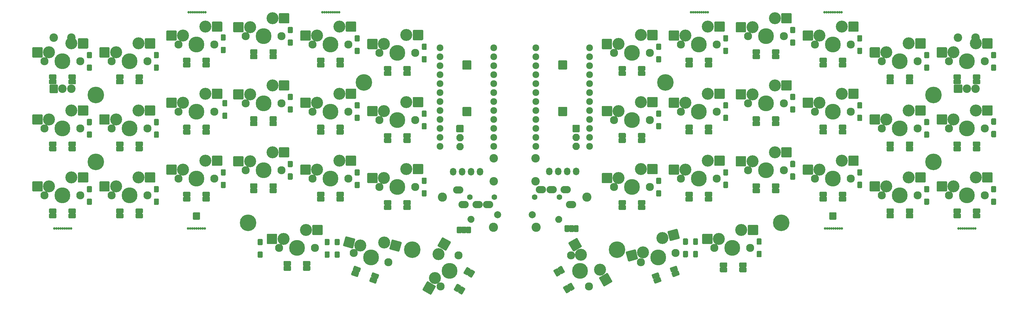
<source format=gbs>
G04 #@! TF.GenerationSoftware,KiCad,Pcbnew,5.1.10*
G04 #@! TF.CreationDate,2021-05-15T20:27:15+02:00*
G04 #@! TF.ProjectId,corne-cherry,636f726e-652d-4636-9865-7272792e6b69,3.0.1*
G04 #@! TF.SameCoordinates,Original*
G04 #@! TF.FileFunction,Soldermask,Bot*
G04 #@! TF.FilePolarity,Negative*
%FSLAX46Y46*%
G04 Gerber Fmt 4.6, Leading zero omitted, Abs format (unit mm)*
G04 Created by KiCad (PCBNEW 5.1.10) date 2021-05-15 20:27:15*
%MOMM*%
%LPD*%
G01*
G04 APERTURE LIST*
%ADD10C,2.400000*%
%ADD11C,3.400000*%
%ADD12C,2.300000*%
%ADD13C,4.500000*%
%ADD14C,2.000000*%
%ADD15C,1.924000*%
%ADD16O,2.100000X2.100000*%
%ADD17C,2.600000*%
%ADD18C,4.700000*%
%ADD19O,1.797000X2.178000*%
%ADD20O,2.900000X2.100000*%
%ADD21C,1.600000*%
%ADD22C,0.700000*%
G04 APERTURE END LIST*
G36*
G01*
X275114500Y-44755000D02*
X273114500Y-44755000D01*
G75*
G02*
X272914500Y-44555000I0J200000D01*
G01*
X272914500Y-42555000D01*
G75*
G02*
X273114500Y-42355000I200000J0D01*
G01*
X275114500Y-42355000D01*
G75*
G02*
X275314500Y-42555000I0J-200000D01*
G01*
X275314500Y-44555000D01*
G75*
G02*
X275114500Y-44755000I-200000J0D01*
G01*
G37*
D10*
X276614500Y-43555000D03*
X279114500Y-43555000D03*
X274114500Y-29055000D03*
X279114500Y-29055000D03*
D11*
X22647500Y-49700000D03*
X16297500Y-52240000D03*
G36*
G01*
X27424500Y-48450000D02*
X27424500Y-50950000D01*
G75*
G02*
X27224500Y-51150000I-200000J0D01*
G01*
X24674500Y-51150000D01*
G75*
G02*
X24474500Y-50950000I0J200000D01*
G01*
X24474500Y-48450000D01*
G75*
G02*
X24674500Y-48250000I200000J0D01*
G01*
X27224500Y-48250000D01*
G75*
G02*
X27424500Y-48450000I0J-200000D01*
G01*
G37*
D12*
X15027500Y-54780000D03*
X25187500Y-54780000D03*
D13*
X20107500Y-54780000D03*
G36*
G01*
X14497500Y-50990000D02*
X14497500Y-53490000D01*
G75*
G02*
X14297500Y-53690000I-200000J0D01*
G01*
X11747500Y-53690000D01*
G75*
G02*
X11547500Y-53490000I0J200000D01*
G01*
X11547500Y-50990000D01*
G75*
G02*
X11747500Y-50790000I200000J0D01*
G01*
X14297500Y-50790000D01*
G75*
G02*
X14497500Y-50990000I0J-200000D01*
G01*
G37*
G36*
G01*
X18607500Y-44760000D02*
X16607500Y-44760000D01*
G75*
G02*
X16407500Y-44560000I0J200000D01*
G01*
X16407500Y-42560000D01*
G75*
G02*
X16607500Y-42360000I200000J0D01*
G01*
X18607500Y-42360000D01*
G75*
G02*
X18807500Y-42560000I0J-200000D01*
G01*
X18807500Y-44560000D01*
G75*
G02*
X18607500Y-44760000I-200000J0D01*
G01*
G37*
D10*
X20107500Y-43560000D03*
X22607500Y-43560000D03*
X17607500Y-29060000D03*
X22607500Y-29060000D03*
D11*
X184154500Y-47320000D03*
X177804500Y-49860000D03*
G36*
G01*
X188931500Y-46070000D02*
X188931500Y-48570000D01*
G75*
G02*
X188731500Y-48770000I-200000J0D01*
G01*
X186181500Y-48770000D01*
G75*
G02*
X185981500Y-48570000I0J200000D01*
G01*
X185981500Y-46070000D01*
G75*
G02*
X186181500Y-45870000I200000J0D01*
G01*
X188731500Y-45870000D01*
G75*
G02*
X188931500Y-46070000I0J-200000D01*
G01*
G37*
D12*
X176534500Y-52400000D03*
X186694500Y-52400000D03*
D13*
X181614500Y-52400000D03*
G36*
G01*
X176004500Y-48610000D02*
X176004500Y-51110000D01*
G75*
G02*
X175804500Y-51310000I-200000J0D01*
G01*
X173254500Y-51310000D01*
G75*
G02*
X173054500Y-51110000I0J200000D01*
G01*
X173054500Y-48610000D01*
G75*
G02*
X173254500Y-48410000I200000J0D01*
G01*
X175804500Y-48410000D01*
G75*
G02*
X176004500Y-48610000I0J-200000D01*
G01*
G37*
D11*
X279154500Y-68695000D03*
X272804500Y-71235000D03*
G36*
G01*
X283931500Y-67445000D02*
X283931500Y-69945000D01*
G75*
G02*
X283731500Y-70145000I-200000J0D01*
G01*
X281181500Y-70145000D01*
G75*
G02*
X280981500Y-69945000I0J200000D01*
G01*
X280981500Y-67445000D01*
G75*
G02*
X281181500Y-67245000I200000J0D01*
G01*
X283731500Y-67245000D01*
G75*
G02*
X283931500Y-67445000I0J-200000D01*
G01*
G37*
D12*
X271534500Y-73775000D03*
X281694500Y-73775000D03*
D13*
X276614500Y-73775000D03*
G36*
G01*
X271004500Y-69985000D02*
X271004500Y-72485000D01*
G75*
G02*
X270804500Y-72685000I-200000J0D01*
G01*
X268254500Y-72685000D01*
G75*
G02*
X268054500Y-72485000I0J200000D01*
G01*
X268054500Y-69985000D01*
G75*
G02*
X268254500Y-69785000I200000J0D01*
G01*
X270804500Y-69785000D01*
G75*
G02*
X271004500Y-69985000I0J-200000D01*
G01*
G37*
G36*
G01*
X163087500Y-51290000D02*
X160887500Y-51290000D01*
G75*
G02*
X160687500Y-51090000I0J200000D01*
G01*
X160687500Y-48890000D01*
G75*
G02*
X160887500Y-48690000I200000J0D01*
G01*
X163087500Y-48690000D01*
G75*
G02*
X163287500Y-48890000I0J-200000D01*
G01*
X163287500Y-51090000D01*
G75*
G02*
X163087500Y-51290000I-200000J0D01*
G01*
G37*
G36*
G01*
X163087500Y-38090000D02*
X160887500Y-38090000D01*
G75*
G02*
X160687500Y-37890000I0J200000D01*
G01*
X160687500Y-35690000D01*
G75*
G02*
X160887500Y-35490000I200000J0D01*
G01*
X163087500Y-35490000D01*
G75*
G02*
X163287500Y-35690000I0J-200000D01*
G01*
X163287500Y-37890000D01*
G75*
G02*
X163087500Y-38090000I-200000J0D01*
G01*
G37*
G36*
G01*
X135912500Y-51320000D02*
X133712500Y-51320000D01*
G75*
G02*
X133512500Y-51120000I0J200000D01*
G01*
X133512500Y-48920000D01*
G75*
G02*
X133712500Y-48720000I200000J0D01*
G01*
X135912500Y-48720000D01*
G75*
G02*
X136112500Y-48920000I0J-200000D01*
G01*
X136112500Y-51120000D01*
G75*
G02*
X135912500Y-51320000I-200000J0D01*
G01*
G37*
G36*
G01*
X135912500Y-38120000D02*
X133712500Y-38120000D01*
G75*
G02*
X133512500Y-37920000I0J200000D01*
G01*
X133512500Y-35720000D01*
G75*
G02*
X133712500Y-35520000I200000J0D01*
G01*
X135912500Y-35520000D01*
G75*
G02*
X136112500Y-35720000I0J-200000D01*
G01*
X136112500Y-37920000D01*
G75*
G02*
X135912500Y-38120000I-200000J0D01*
G01*
G37*
G36*
G01*
X162506500Y-83928000D02*
X162506500Y-82428000D01*
G75*
G02*
X162706500Y-82228000I200000J0D01*
G01*
X163706500Y-82228000D01*
G75*
G02*
X163906500Y-82428000I0J-200000D01*
G01*
X163906500Y-83928000D01*
G75*
G02*
X163706500Y-84128000I-200000J0D01*
G01*
X162706500Y-84128000D01*
G75*
G02*
X162506500Y-83928000I0J200000D01*
G01*
G37*
G36*
G01*
X163806500Y-83928000D02*
X163806500Y-82428000D01*
G75*
G02*
X164006500Y-82228000I200000J0D01*
G01*
X165006500Y-82228000D01*
G75*
G02*
X165206500Y-82428000I0J-200000D01*
G01*
X165206500Y-83928000D01*
G75*
G02*
X165006500Y-84128000I-200000J0D01*
G01*
X164006500Y-84128000D01*
G75*
G02*
X163806500Y-83928000I0J200000D01*
G01*
G37*
G36*
G01*
X165106500Y-83928000D02*
X165106500Y-82428000D01*
G75*
G02*
X165306500Y-82228000I200000J0D01*
G01*
X166306500Y-82228000D01*
G75*
G02*
X166506500Y-82428000I0J-200000D01*
G01*
X166506500Y-83928000D01*
G75*
G02*
X166306500Y-84128000I-200000J0D01*
G01*
X165306500Y-84128000D01*
G75*
G02*
X165106500Y-83928000I0J200000D01*
G01*
G37*
G36*
G01*
X131963000Y-84309000D02*
X131963000Y-82809000D01*
G75*
G02*
X132163000Y-82609000I200000J0D01*
G01*
X133163000Y-82609000D01*
G75*
G02*
X133363000Y-82809000I0J-200000D01*
G01*
X133363000Y-84309000D01*
G75*
G02*
X133163000Y-84509000I-200000J0D01*
G01*
X132163000Y-84509000D01*
G75*
G02*
X131963000Y-84309000I0J200000D01*
G01*
G37*
G36*
G01*
X133263000Y-84309000D02*
X133263000Y-82809000D01*
G75*
G02*
X133463000Y-82609000I200000J0D01*
G01*
X134463000Y-82609000D01*
G75*
G02*
X134663000Y-82809000I0J-200000D01*
G01*
X134663000Y-84309000D01*
G75*
G02*
X134463000Y-84509000I-200000J0D01*
G01*
X133463000Y-84509000D01*
G75*
G02*
X133263000Y-84309000I0J200000D01*
G01*
G37*
G36*
G01*
X134563000Y-84309000D02*
X134563000Y-82809000D01*
G75*
G02*
X134763000Y-82609000I200000J0D01*
G01*
X135763000Y-82609000D01*
G75*
G02*
X135963000Y-82809000I0J-200000D01*
G01*
X135963000Y-84309000D01*
G75*
G02*
X135763000Y-84509000I-200000J0D01*
G01*
X134763000Y-84509000D01*
G75*
G02*
X134563000Y-84309000I0J200000D01*
G01*
G37*
G36*
G01*
X278314500Y-78675000D02*
X278314500Y-77675000D01*
G75*
G02*
X278514500Y-77475000I200000J0D01*
G01*
X280214500Y-77475000D01*
G75*
G02*
X280414500Y-77675000I0J-200000D01*
G01*
X280414500Y-78675000D01*
G75*
G02*
X280214500Y-78875000I-200000J0D01*
G01*
X278514500Y-78875000D01*
G75*
G02*
X278314500Y-78675000I0J200000D01*
G01*
G37*
G36*
G01*
X278314500Y-80075000D02*
X278314500Y-79075000D01*
G75*
G02*
X278514500Y-78875000I200000J0D01*
G01*
X280214500Y-78875000D01*
G75*
G02*
X280414500Y-79075000I0J-200000D01*
G01*
X280414500Y-80075000D01*
G75*
G02*
X280214500Y-80275000I-200000J0D01*
G01*
X278514500Y-80275000D01*
G75*
G02*
X278314500Y-80075000I0J200000D01*
G01*
G37*
G36*
G01*
X272814500Y-78675000D02*
X272814500Y-77675000D01*
G75*
G02*
X273014500Y-77475000I200000J0D01*
G01*
X274714500Y-77475000D01*
G75*
G02*
X274914500Y-77675000I0J-200000D01*
G01*
X274914500Y-78675000D01*
G75*
G02*
X274714500Y-78875000I-200000J0D01*
G01*
X273014500Y-78875000D01*
G75*
G02*
X272814500Y-78675000I0J200000D01*
G01*
G37*
G36*
G01*
X272814500Y-80075000D02*
X272814500Y-79075000D01*
G75*
G02*
X273014500Y-78875000I200000J0D01*
G01*
X274714500Y-78875000D01*
G75*
G02*
X274914500Y-79075000I0J-200000D01*
G01*
X274914500Y-80075000D01*
G75*
G02*
X274714500Y-80275000I-200000J0D01*
G01*
X273014500Y-80275000D01*
G75*
G02*
X272814500Y-80075000I0J200000D01*
G01*
G37*
G36*
G01*
X274914500Y-60075000D02*
X274914500Y-61075000D01*
G75*
G02*
X274714500Y-61275000I-200000J0D01*
G01*
X273014500Y-61275000D01*
G75*
G02*
X272814500Y-61075000I0J200000D01*
G01*
X272814500Y-60075000D01*
G75*
G02*
X273014500Y-59875000I200000J0D01*
G01*
X274714500Y-59875000D01*
G75*
G02*
X274914500Y-60075000I0J-200000D01*
G01*
G37*
G36*
G01*
X274914500Y-58675000D02*
X274914500Y-59675000D01*
G75*
G02*
X274714500Y-59875000I-200000J0D01*
G01*
X273014500Y-59875000D01*
G75*
G02*
X272814500Y-59675000I0J200000D01*
G01*
X272814500Y-58675000D01*
G75*
G02*
X273014500Y-58475000I200000J0D01*
G01*
X274714500Y-58475000D01*
G75*
G02*
X274914500Y-58675000I0J-200000D01*
G01*
G37*
G36*
G01*
X280414500Y-60075000D02*
X280414500Y-61075000D01*
G75*
G02*
X280214500Y-61275000I-200000J0D01*
G01*
X278514500Y-61275000D01*
G75*
G02*
X278314500Y-61075000I0J200000D01*
G01*
X278314500Y-60075000D01*
G75*
G02*
X278514500Y-59875000I200000J0D01*
G01*
X280214500Y-59875000D01*
G75*
G02*
X280414500Y-60075000I0J-200000D01*
G01*
G37*
G36*
G01*
X280414500Y-58675000D02*
X280414500Y-59675000D01*
G75*
G02*
X280214500Y-59875000I-200000J0D01*
G01*
X278514500Y-59875000D01*
G75*
G02*
X278314500Y-59675000I0J200000D01*
G01*
X278314500Y-58675000D01*
G75*
G02*
X278514500Y-58475000I200000J0D01*
G01*
X280214500Y-58475000D01*
G75*
G02*
X280414500Y-58675000I0J-200000D01*
G01*
G37*
G36*
G01*
X278314500Y-40675000D02*
X278314500Y-39675000D01*
G75*
G02*
X278514500Y-39475000I200000J0D01*
G01*
X280214500Y-39475000D01*
G75*
G02*
X280414500Y-39675000I0J-200000D01*
G01*
X280414500Y-40675000D01*
G75*
G02*
X280214500Y-40875000I-200000J0D01*
G01*
X278514500Y-40875000D01*
G75*
G02*
X278314500Y-40675000I0J200000D01*
G01*
G37*
G36*
G01*
X278314500Y-42075000D02*
X278314500Y-41075000D01*
G75*
G02*
X278514500Y-40875000I200000J0D01*
G01*
X280214500Y-40875000D01*
G75*
G02*
X280414500Y-41075000I0J-200000D01*
G01*
X280414500Y-42075000D01*
G75*
G02*
X280214500Y-42275000I-200000J0D01*
G01*
X278514500Y-42275000D01*
G75*
G02*
X278314500Y-42075000I0J200000D01*
G01*
G37*
G36*
G01*
X272814500Y-40675000D02*
X272814500Y-39675000D01*
G75*
G02*
X273014500Y-39475000I200000J0D01*
G01*
X274714500Y-39475000D01*
G75*
G02*
X274914500Y-39675000I0J-200000D01*
G01*
X274914500Y-40675000D01*
G75*
G02*
X274714500Y-40875000I-200000J0D01*
G01*
X273014500Y-40875000D01*
G75*
G02*
X272814500Y-40675000I0J200000D01*
G01*
G37*
G36*
G01*
X272814500Y-42075000D02*
X272814500Y-41075000D01*
G75*
G02*
X273014500Y-40875000I200000J0D01*
G01*
X274714500Y-40875000D01*
G75*
G02*
X274914500Y-41075000I0J-200000D01*
G01*
X274914500Y-42075000D01*
G75*
G02*
X274714500Y-42275000I-200000J0D01*
G01*
X273014500Y-42275000D01*
G75*
G02*
X272814500Y-42075000I0J200000D01*
G01*
G37*
G36*
G01*
X259314500Y-78675000D02*
X259314500Y-77675000D01*
G75*
G02*
X259514500Y-77475000I200000J0D01*
G01*
X261214500Y-77475000D01*
G75*
G02*
X261414500Y-77675000I0J-200000D01*
G01*
X261414500Y-78675000D01*
G75*
G02*
X261214500Y-78875000I-200000J0D01*
G01*
X259514500Y-78875000D01*
G75*
G02*
X259314500Y-78675000I0J200000D01*
G01*
G37*
G36*
G01*
X259314500Y-80075000D02*
X259314500Y-79075000D01*
G75*
G02*
X259514500Y-78875000I200000J0D01*
G01*
X261214500Y-78875000D01*
G75*
G02*
X261414500Y-79075000I0J-200000D01*
G01*
X261414500Y-80075000D01*
G75*
G02*
X261214500Y-80275000I-200000J0D01*
G01*
X259514500Y-80275000D01*
G75*
G02*
X259314500Y-80075000I0J200000D01*
G01*
G37*
G36*
G01*
X253814500Y-78675000D02*
X253814500Y-77675000D01*
G75*
G02*
X254014500Y-77475000I200000J0D01*
G01*
X255714500Y-77475000D01*
G75*
G02*
X255914500Y-77675000I0J-200000D01*
G01*
X255914500Y-78675000D01*
G75*
G02*
X255714500Y-78875000I-200000J0D01*
G01*
X254014500Y-78875000D01*
G75*
G02*
X253814500Y-78675000I0J200000D01*
G01*
G37*
G36*
G01*
X253814500Y-80075000D02*
X253814500Y-79075000D01*
G75*
G02*
X254014500Y-78875000I200000J0D01*
G01*
X255714500Y-78875000D01*
G75*
G02*
X255914500Y-79075000I0J-200000D01*
G01*
X255914500Y-80075000D01*
G75*
G02*
X255714500Y-80275000I-200000J0D01*
G01*
X254014500Y-80275000D01*
G75*
G02*
X253814500Y-80075000I0J200000D01*
G01*
G37*
G36*
G01*
X255914500Y-60075000D02*
X255914500Y-61075000D01*
G75*
G02*
X255714500Y-61275000I-200000J0D01*
G01*
X254014500Y-61275000D01*
G75*
G02*
X253814500Y-61075000I0J200000D01*
G01*
X253814500Y-60075000D01*
G75*
G02*
X254014500Y-59875000I200000J0D01*
G01*
X255714500Y-59875000D01*
G75*
G02*
X255914500Y-60075000I0J-200000D01*
G01*
G37*
G36*
G01*
X255914500Y-58675000D02*
X255914500Y-59675000D01*
G75*
G02*
X255714500Y-59875000I-200000J0D01*
G01*
X254014500Y-59875000D01*
G75*
G02*
X253814500Y-59675000I0J200000D01*
G01*
X253814500Y-58675000D01*
G75*
G02*
X254014500Y-58475000I200000J0D01*
G01*
X255714500Y-58475000D01*
G75*
G02*
X255914500Y-58675000I0J-200000D01*
G01*
G37*
G36*
G01*
X261414500Y-60075000D02*
X261414500Y-61075000D01*
G75*
G02*
X261214500Y-61275000I-200000J0D01*
G01*
X259514500Y-61275000D01*
G75*
G02*
X259314500Y-61075000I0J200000D01*
G01*
X259314500Y-60075000D01*
G75*
G02*
X259514500Y-59875000I200000J0D01*
G01*
X261214500Y-59875000D01*
G75*
G02*
X261414500Y-60075000I0J-200000D01*
G01*
G37*
G36*
G01*
X261414500Y-58675000D02*
X261414500Y-59675000D01*
G75*
G02*
X261214500Y-59875000I-200000J0D01*
G01*
X259514500Y-59875000D01*
G75*
G02*
X259314500Y-59675000I0J200000D01*
G01*
X259314500Y-58675000D01*
G75*
G02*
X259514500Y-58475000I200000J0D01*
G01*
X261214500Y-58475000D01*
G75*
G02*
X261414500Y-58675000I0J-200000D01*
G01*
G37*
G36*
G01*
X259314500Y-40675000D02*
X259314500Y-39675000D01*
G75*
G02*
X259514500Y-39475000I200000J0D01*
G01*
X261214500Y-39475000D01*
G75*
G02*
X261414500Y-39675000I0J-200000D01*
G01*
X261414500Y-40675000D01*
G75*
G02*
X261214500Y-40875000I-200000J0D01*
G01*
X259514500Y-40875000D01*
G75*
G02*
X259314500Y-40675000I0J200000D01*
G01*
G37*
G36*
G01*
X259314500Y-42075000D02*
X259314500Y-41075000D01*
G75*
G02*
X259514500Y-40875000I200000J0D01*
G01*
X261214500Y-40875000D01*
G75*
G02*
X261414500Y-41075000I0J-200000D01*
G01*
X261414500Y-42075000D01*
G75*
G02*
X261214500Y-42275000I-200000J0D01*
G01*
X259514500Y-42275000D01*
G75*
G02*
X259314500Y-42075000I0J200000D01*
G01*
G37*
G36*
G01*
X253814500Y-40675000D02*
X253814500Y-39675000D01*
G75*
G02*
X254014500Y-39475000I200000J0D01*
G01*
X255714500Y-39475000D01*
G75*
G02*
X255914500Y-39675000I0J-200000D01*
G01*
X255914500Y-40675000D01*
G75*
G02*
X255714500Y-40875000I-200000J0D01*
G01*
X254014500Y-40875000D01*
G75*
G02*
X253814500Y-40675000I0J200000D01*
G01*
G37*
G36*
G01*
X253814500Y-42075000D02*
X253814500Y-41075000D01*
G75*
G02*
X254014500Y-40875000I200000J0D01*
G01*
X255714500Y-40875000D01*
G75*
G02*
X255914500Y-41075000I0J-200000D01*
G01*
X255914500Y-42075000D01*
G75*
G02*
X255714500Y-42275000I-200000J0D01*
G01*
X254014500Y-42275000D01*
G75*
G02*
X253814500Y-42075000I0J200000D01*
G01*
G37*
G36*
G01*
X240314500Y-73925000D02*
X240314500Y-72925000D01*
G75*
G02*
X240514500Y-72725000I200000J0D01*
G01*
X242214500Y-72725000D01*
G75*
G02*
X242414500Y-72925000I0J-200000D01*
G01*
X242414500Y-73925000D01*
G75*
G02*
X242214500Y-74125000I-200000J0D01*
G01*
X240514500Y-74125000D01*
G75*
G02*
X240314500Y-73925000I0J200000D01*
G01*
G37*
G36*
G01*
X240314500Y-75325000D02*
X240314500Y-74325000D01*
G75*
G02*
X240514500Y-74125000I200000J0D01*
G01*
X242214500Y-74125000D01*
G75*
G02*
X242414500Y-74325000I0J-200000D01*
G01*
X242414500Y-75325000D01*
G75*
G02*
X242214500Y-75525000I-200000J0D01*
G01*
X240514500Y-75525000D01*
G75*
G02*
X240314500Y-75325000I0J200000D01*
G01*
G37*
G36*
G01*
X234814500Y-73925000D02*
X234814500Y-72925000D01*
G75*
G02*
X235014500Y-72725000I200000J0D01*
G01*
X236714500Y-72725000D01*
G75*
G02*
X236914500Y-72925000I0J-200000D01*
G01*
X236914500Y-73925000D01*
G75*
G02*
X236714500Y-74125000I-200000J0D01*
G01*
X235014500Y-74125000D01*
G75*
G02*
X234814500Y-73925000I0J200000D01*
G01*
G37*
G36*
G01*
X234814500Y-75325000D02*
X234814500Y-74325000D01*
G75*
G02*
X235014500Y-74125000I200000J0D01*
G01*
X236714500Y-74125000D01*
G75*
G02*
X236914500Y-74325000I0J-200000D01*
G01*
X236914500Y-75325000D01*
G75*
G02*
X236714500Y-75525000I-200000J0D01*
G01*
X235014500Y-75525000D01*
G75*
G02*
X234814500Y-75325000I0J200000D01*
G01*
G37*
G36*
G01*
X236914500Y-55325000D02*
X236914500Y-56325000D01*
G75*
G02*
X236714500Y-56525000I-200000J0D01*
G01*
X235014500Y-56525000D01*
G75*
G02*
X234814500Y-56325000I0J200000D01*
G01*
X234814500Y-55325000D01*
G75*
G02*
X235014500Y-55125000I200000J0D01*
G01*
X236714500Y-55125000D01*
G75*
G02*
X236914500Y-55325000I0J-200000D01*
G01*
G37*
G36*
G01*
X236914500Y-53925000D02*
X236914500Y-54925000D01*
G75*
G02*
X236714500Y-55125000I-200000J0D01*
G01*
X235014500Y-55125000D01*
G75*
G02*
X234814500Y-54925000I0J200000D01*
G01*
X234814500Y-53925000D01*
G75*
G02*
X235014500Y-53725000I200000J0D01*
G01*
X236714500Y-53725000D01*
G75*
G02*
X236914500Y-53925000I0J-200000D01*
G01*
G37*
G36*
G01*
X242414500Y-55325000D02*
X242414500Y-56325000D01*
G75*
G02*
X242214500Y-56525000I-200000J0D01*
G01*
X240514500Y-56525000D01*
G75*
G02*
X240314500Y-56325000I0J200000D01*
G01*
X240314500Y-55325000D01*
G75*
G02*
X240514500Y-55125000I200000J0D01*
G01*
X242214500Y-55125000D01*
G75*
G02*
X242414500Y-55325000I0J-200000D01*
G01*
G37*
G36*
G01*
X242414500Y-53925000D02*
X242414500Y-54925000D01*
G75*
G02*
X242214500Y-55125000I-200000J0D01*
G01*
X240514500Y-55125000D01*
G75*
G02*
X240314500Y-54925000I0J200000D01*
G01*
X240314500Y-53925000D01*
G75*
G02*
X240514500Y-53725000I200000J0D01*
G01*
X242214500Y-53725000D01*
G75*
G02*
X242414500Y-53925000I0J-200000D01*
G01*
G37*
G36*
G01*
X240314500Y-35925000D02*
X240314500Y-34925000D01*
G75*
G02*
X240514500Y-34725000I200000J0D01*
G01*
X242214500Y-34725000D01*
G75*
G02*
X242414500Y-34925000I0J-200000D01*
G01*
X242414500Y-35925000D01*
G75*
G02*
X242214500Y-36125000I-200000J0D01*
G01*
X240514500Y-36125000D01*
G75*
G02*
X240314500Y-35925000I0J200000D01*
G01*
G37*
G36*
G01*
X240314500Y-37325000D02*
X240314500Y-36325000D01*
G75*
G02*
X240514500Y-36125000I200000J0D01*
G01*
X242214500Y-36125000D01*
G75*
G02*
X242414500Y-36325000I0J-200000D01*
G01*
X242414500Y-37325000D01*
G75*
G02*
X242214500Y-37525000I-200000J0D01*
G01*
X240514500Y-37525000D01*
G75*
G02*
X240314500Y-37325000I0J200000D01*
G01*
G37*
G36*
G01*
X234814500Y-35925000D02*
X234814500Y-34925000D01*
G75*
G02*
X235014500Y-34725000I200000J0D01*
G01*
X236714500Y-34725000D01*
G75*
G02*
X236914500Y-34925000I0J-200000D01*
G01*
X236914500Y-35925000D01*
G75*
G02*
X236714500Y-36125000I-200000J0D01*
G01*
X235014500Y-36125000D01*
G75*
G02*
X234814500Y-35925000I0J200000D01*
G01*
G37*
G36*
G01*
X234814500Y-37325000D02*
X234814500Y-36325000D01*
G75*
G02*
X235014500Y-36125000I200000J0D01*
G01*
X236714500Y-36125000D01*
G75*
G02*
X236914500Y-36325000I0J-200000D01*
G01*
X236914500Y-37325000D01*
G75*
G02*
X236714500Y-37525000I-200000J0D01*
G01*
X235014500Y-37525000D01*
G75*
G02*
X234814500Y-37325000I0J200000D01*
G01*
G37*
G36*
G01*
X208653500Y-94363500D02*
X208653500Y-95363500D01*
G75*
G02*
X208453500Y-95563500I-200000J0D01*
G01*
X206753500Y-95563500D01*
G75*
G02*
X206553500Y-95363500I0J200000D01*
G01*
X206553500Y-94363500D01*
G75*
G02*
X206753500Y-94163500I200000J0D01*
G01*
X208453500Y-94163500D01*
G75*
G02*
X208653500Y-94363500I0J-200000D01*
G01*
G37*
G36*
G01*
X208653500Y-92963500D02*
X208653500Y-93963500D01*
G75*
G02*
X208453500Y-94163500I-200000J0D01*
G01*
X206753500Y-94163500D01*
G75*
G02*
X206553500Y-93963500I0J200000D01*
G01*
X206553500Y-92963500D01*
G75*
G02*
X206753500Y-92763500I200000J0D01*
G01*
X208453500Y-92763500D01*
G75*
G02*
X208653500Y-92963500I0J-200000D01*
G01*
G37*
G36*
G01*
X214153500Y-94363500D02*
X214153500Y-95363500D01*
G75*
G02*
X213953500Y-95563500I-200000J0D01*
G01*
X212253500Y-95563500D01*
G75*
G02*
X212053500Y-95363500I0J200000D01*
G01*
X212053500Y-94363500D01*
G75*
G02*
X212253500Y-94163500I200000J0D01*
G01*
X213953500Y-94163500D01*
G75*
G02*
X214153500Y-94363500I0J-200000D01*
G01*
G37*
G36*
G01*
X214153500Y-92963500D02*
X214153500Y-93963500D01*
G75*
G02*
X213953500Y-94163500I-200000J0D01*
G01*
X212253500Y-94163500D01*
G75*
G02*
X212053500Y-93963500I0J200000D01*
G01*
X212053500Y-92963500D01*
G75*
G02*
X212253500Y-92763500I200000J0D01*
G01*
X213953500Y-92763500D01*
G75*
G02*
X214153500Y-92963500I0J-200000D01*
G01*
G37*
G36*
G01*
X221314500Y-71550000D02*
X221314500Y-70550000D01*
G75*
G02*
X221514500Y-70350000I200000J0D01*
G01*
X223214500Y-70350000D01*
G75*
G02*
X223414500Y-70550000I0J-200000D01*
G01*
X223414500Y-71550000D01*
G75*
G02*
X223214500Y-71750000I-200000J0D01*
G01*
X221514500Y-71750000D01*
G75*
G02*
X221314500Y-71550000I0J200000D01*
G01*
G37*
G36*
G01*
X221314500Y-72950000D02*
X221314500Y-71950000D01*
G75*
G02*
X221514500Y-71750000I200000J0D01*
G01*
X223214500Y-71750000D01*
G75*
G02*
X223414500Y-71950000I0J-200000D01*
G01*
X223414500Y-72950000D01*
G75*
G02*
X223214500Y-73150000I-200000J0D01*
G01*
X221514500Y-73150000D01*
G75*
G02*
X221314500Y-72950000I0J200000D01*
G01*
G37*
G36*
G01*
X215814500Y-71550000D02*
X215814500Y-70550000D01*
G75*
G02*
X216014500Y-70350000I200000J0D01*
G01*
X217714500Y-70350000D01*
G75*
G02*
X217914500Y-70550000I0J-200000D01*
G01*
X217914500Y-71550000D01*
G75*
G02*
X217714500Y-71750000I-200000J0D01*
G01*
X216014500Y-71750000D01*
G75*
G02*
X215814500Y-71550000I0J200000D01*
G01*
G37*
G36*
G01*
X215814500Y-72950000D02*
X215814500Y-71950000D01*
G75*
G02*
X216014500Y-71750000I200000J0D01*
G01*
X217714500Y-71750000D01*
G75*
G02*
X217914500Y-71950000I0J-200000D01*
G01*
X217914500Y-72950000D01*
G75*
G02*
X217714500Y-73150000I-200000J0D01*
G01*
X216014500Y-73150000D01*
G75*
G02*
X215814500Y-72950000I0J200000D01*
G01*
G37*
G36*
G01*
X217914500Y-52950000D02*
X217914500Y-53950000D01*
G75*
G02*
X217714500Y-54150000I-200000J0D01*
G01*
X216014500Y-54150000D01*
G75*
G02*
X215814500Y-53950000I0J200000D01*
G01*
X215814500Y-52950000D01*
G75*
G02*
X216014500Y-52750000I200000J0D01*
G01*
X217714500Y-52750000D01*
G75*
G02*
X217914500Y-52950000I0J-200000D01*
G01*
G37*
G36*
G01*
X217914500Y-51550000D02*
X217914500Y-52550000D01*
G75*
G02*
X217714500Y-52750000I-200000J0D01*
G01*
X216014500Y-52750000D01*
G75*
G02*
X215814500Y-52550000I0J200000D01*
G01*
X215814500Y-51550000D01*
G75*
G02*
X216014500Y-51350000I200000J0D01*
G01*
X217714500Y-51350000D01*
G75*
G02*
X217914500Y-51550000I0J-200000D01*
G01*
G37*
G36*
G01*
X223414500Y-52950000D02*
X223414500Y-53950000D01*
G75*
G02*
X223214500Y-54150000I-200000J0D01*
G01*
X221514500Y-54150000D01*
G75*
G02*
X221314500Y-53950000I0J200000D01*
G01*
X221314500Y-52950000D01*
G75*
G02*
X221514500Y-52750000I200000J0D01*
G01*
X223214500Y-52750000D01*
G75*
G02*
X223414500Y-52950000I0J-200000D01*
G01*
G37*
G36*
G01*
X223414500Y-51550000D02*
X223414500Y-52550000D01*
G75*
G02*
X223214500Y-52750000I-200000J0D01*
G01*
X221514500Y-52750000D01*
G75*
G02*
X221314500Y-52550000I0J200000D01*
G01*
X221314500Y-51550000D01*
G75*
G02*
X221514500Y-51350000I200000J0D01*
G01*
X223214500Y-51350000D01*
G75*
G02*
X223414500Y-51550000I0J-200000D01*
G01*
G37*
G36*
G01*
X221314500Y-33550000D02*
X221314500Y-32550000D01*
G75*
G02*
X221514500Y-32350000I200000J0D01*
G01*
X223214500Y-32350000D01*
G75*
G02*
X223414500Y-32550000I0J-200000D01*
G01*
X223414500Y-33550000D01*
G75*
G02*
X223214500Y-33750000I-200000J0D01*
G01*
X221514500Y-33750000D01*
G75*
G02*
X221314500Y-33550000I0J200000D01*
G01*
G37*
G36*
G01*
X221314500Y-34950000D02*
X221314500Y-33950000D01*
G75*
G02*
X221514500Y-33750000I200000J0D01*
G01*
X223214500Y-33750000D01*
G75*
G02*
X223414500Y-33950000I0J-200000D01*
G01*
X223414500Y-34950000D01*
G75*
G02*
X223214500Y-35150000I-200000J0D01*
G01*
X221514500Y-35150000D01*
G75*
G02*
X221314500Y-34950000I0J200000D01*
G01*
G37*
G36*
G01*
X215814500Y-33550000D02*
X215814500Y-32550000D01*
G75*
G02*
X216014500Y-32350000I200000J0D01*
G01*
X217714500Y-32350000D01*
G75*
G02*
X217914500Y-32550000I0J-200000D01*
G01*
X217914500Y-33550000D01*
G75*
G02*
X217714500Y-33750000I-200000J0D01*
G01*
X216014500Y-33750000D01*
G75*
G02*
X215814500Y-33550000I0J200000D01*
G01*
G37*
G36*
G01*
X215814500Y-34950000D02*
X215814500Y-33950000D01*
G75*
G02*
X216014500Y-33750000I200000J0D01*
G01*
X217714500Y-33750000D01*
G75*
G02*
X217914500Y-33950000I0J-200000D01*
G01*
X217914500Y-34950000D01*
G75*
G02*
X217714500Y-35150000I-200000J0D01*
G01*
X216014500Y-35150000D01*
G75*
G02*
X215814500Y-34950000I0J200000D01*
G01*
G37*
G36*
G01*
X189647427Y-97028373D02*
X189989447Y-97968065D01*
G75*
G02*
X189869912Y-98224408I-187939J-68404D01*
G01*
X188272434Y-98805842D01*
G75*
G02*
X188016091Y-98686307I-68404J187939D01*
G01*
X187674071Y-97746615D01*
G75*
G02*
X187793606Y-97490272I187939J68404D01*
G01*
X189391084Y-96908838D01*
G75*
G02*
X189647427Y-97028373I68404J-187939D01*
G01*
G37*
G36*
G01*
X189168599Y-95712804D02*
X189510619Y-96652496D01*
G75*
G02*
X189391084Y-96908839I-187939J-68404D01*
G01*
X187793606Y-97490273D01*
G75*
G02*
X187537263Y-97370738I-68404J187939D01*
G01*
X187195243Y-96431046D01*
G75*
G02*
X187314778Y-96174703I187939J68404D01*
G01*
X188912256Y-95593269D01*
G75*
G02*
X189168599Y-95712804I68404J-187939D01*
G01*
G37*
G36*
G01*
X194815737Y-95147262D02*
X195157757Y-96086954D01*
G75*
G02*
X195038222Y-96343297I-187939J-68404D01*
G01*
X193440744Y-96924731D01*
G75*
G02*
X193184401Y-96805196I-68404J187939D01*
G01*
X192842381Y-95865504D01*
G75*
G02*
X192961916Y-95609161I187939J68404D01*
G01*
X194559394Y-95027727D01*
G75*
G02*
X194815737Y-95147262I68404J-187939D01*
G01*
G37*
G36*
G01*
X194336909Y-93831693D02*
X194678929Y-94771385D01*
G75*
G02*
X194559394Y-95027728I-187939J-68404D01*
G01*
X192961916Y-95609162D01*
G75*
G02*
X192705573Y-95489627I-68404J187939D01*
G01*
X192363553Y-94549935D01*
G75*
G02*
X192483088Y-94293592I187939J68404D01*
G01*
X194080566Y-93712158D01*
G75*
G02*
X194336909Y-93831693I68404J-187939D01*
G01*
G37*
G36*
G01*
X202314500Y-73925000D02*
X202314500Y-72925000D01*
G75*
G02*
X202514500Y-72725000I200000J0D01*
G01*
X204214500Y-72725000D01*
G75*
G02*
X204414500Y-72925000I0J-200000D01*
G01*
X204414500Y-73925000D01*
G75*
G02*
X204214500Y-74125000I-200000J0D01*
G01*
X202514500Y-74125000D01*
G75*
G02*
X202314500Y-73925000I0J200000D01*
G01*
G37*
G36*
G01*
X202314500Y-75325000D02*
X202314500Y-74325000D01*
G75*
G02*
X202514500Y-74125000I200000J0D01*
G01*
X204214500Y-74125000D01*
G75*
G02*
X204414500Y-74325000I0J-200000D01*
G01*
X204414500Y-75325000D01*
G75*
G02*
X204214500Y-75525000I-200000J0D01*
G01*
X202514500Y-75525000D01*
G75*
G02*
X202314500Y-75325000I0J200000D01*
G01*
G37*
G36*
G01*
X196814500Y-73925000D02*
X196814500Y-72925000D01*
G75*
G02*
X197014500Y-72725000I200000J0D01*
G01*
X198714500Y-72725000D01*
G75*
G02*
X198914500Y-72925000I0J-200000D01*
G01*
X198914500Y-73925000D01*
G75*
G02*
X198714500Y-74125000I-200000J0D01*
G01*
X197014500Y-74125000D01*
G75*
G02*
X196814500Y-73925000I0J200000D01*
G01*
G37*
G36*
G01*
X196814500Y-75325000D02*
X196814500Y-74325000D01*
G75*
G02*
X197014500Y-74125000I200000J0D01*
G01*
X198714500Y-74125000D01*
G75*
G02*
X198914500Y-74325000I0J-200000D01*
G01*
X198914500Y-75325000D01*
G75*
G02*
X198714500Y-75525000I-200000J0D01*
G01*
X197014500Y-75525000D01*
G75*
G02*
X196814500Y-75325000I0J200000D01*
G01*
G37*
G36*
G01*
X198914500Y-55325000D02*
X198914500Y-56325000D01*
G75*
G02*
X198714500Y-56525000I-200000J0D01*
G01*
X197014500Y-56525000D01*
G75*
G02*
X196814500Y-56325000I0J200000D01*
G01*
X196814500Y-55325000D01*
G75*
G02*
X197014500Y-55125000I200000J0D01*
G01*
X198714500Y-55125000D01*
G75*
G02*
X198914500Y-55325000I0J-200000D01*
G01*
G37*
G36*
G01*
X198914500Y-53925000D02*
X198914500Y-54925000D01*
G75*
G02*
X198714500Y-55125000I-200000J0D01*
G01*
X197014500Y-55125000D01*
G75*
G02*
X196814500Y-54925000I0J200000D01*
G01*
X196814500Y-53925000D01*
G75*
G02*
X197014500Y-53725000I200000J0D01*
G01*
X198714500Y-53725000D01*
G75*
G02*
X198914500Y-53925000I0J-200000D01*
G01*
G37*
G36*
G01*
X204414500Y-55325000D02*
X204414500Y-56325000D01*
G75*
G02*
X204214500Y-56525000I-200000J0D01*
G01*
X202514500Y-56525000D01*
G75*
G02*
X202314500Y-56325000I0J200000D01*
G01*
X202314500Y-55325000D01*
G75*
G02*
X202514500Y-55125000I200000J0D01*
G01*
X204214500Y-55125000D01*
G75*
G02*
X204414500Y-55325000I0J-200000D01*
G01*
G37*
G36*
G01*
X204414500Y-53925000D02*
X204414500Y-54925000D01*
G75*
G02*
X204214500Y-55125000I-200000J0D01*
G01*
X202514500Y-55125000D01*
G75*
G02*
X202314500Y-54925000I0J200000D01*
G01*
X202314500Y-53925000D01*
G75*
G02*
X202514500Y-53725000I200000J0D01*
G01*
X204214500Y-53725000D01*
G75*
G02*
X204414500Y-53925000I0J-200000D01*
G01*
G37*
G36*
G01*
X202314500Y-35925000D02*
X202314500Y-34925000D01*
G75*
G02*
X202514500Y-34725000I200000J0D01*
G01*
X204214500Y-34725000D01*
G75*
G02*
X204414500Y-34925000I0J-200000D01*
G01*
X204414500Y-35925000D01*
G75*
G02*
X204214500Y-36125000I-200000J0D01*
G01*
X202514500Y-36125000D01*
G75*
G02*
X202314500Y-35925000I0J200000D01*
G01*
G37*
G36*
G01*
X202314500Y-37325000D02*
X202314500Y-36325000D01*
G75*
G02*
X202514500Y-36125000I200000J0D01*
G01*
X204214500Y-36125000D01*
G75*
G02*
X204414500Y-36325000I0J-200000D01*
G01*
X204414500Y-37325000D01*
G75*
G02*
X204214500Y-37525000I-200000J0D01*
G01*
X202514500Y-37525000D01*
G75*
G02*
X202314500Y-37325000I0J200000D01*
G01*
G37*
G36*
G01*
X196814500Y-35925000D02*
X196814500Y-34925000D01*
G75*
G02*
X197014500Y-34725000I200000J0D01*
G01*
X198714500Y-34725000D01*
G75*
G02*
X198914500Y-34925000I0J-200000D01*
G01*
X198914500Y-35925000D01*
G75*
G02*
X198714500Y-36125000I-200000J0D01*
G01*
X197014500Y-36125000D01*
G75*
G02*
X196814500Y-35925000I0J200000D01*
G01*
G37*
G36*
G01*
X196814500Y-37325000D02*
X196814500Y-36325000D01*
G75*
G02*
X197014500Y-36125000I200000J0D01*
G01*
X198714500Y-36125000D01*
G75*
G02*
X198914500Y-36325000I0J-200000D01*
G01*
X198914500Y-37325000D01*
G75*
G02*
X198714500Y-37525000I-200000J0D01*
G01*
X197014500Y-37525000D01*
G75*
G02*
X196814500Y-37325000I0J200000D01*
G01*
G37*
G36*
G01*
X161324295Y-96283757D02*
X160458269Y-96783757D01*
G75*
G02*
X160185064Y-96710552I-100000J173205D01*
G01*
X159335064Y-95238308D01*
G75*
G02*
X159408269Y-94965103I173205J100000D01*
G01*
X160274295Y-94465103D01*
G75*
G02*
X160547500Y-94538308I100000J-173205D01*
G01*
X161397500Y-96010552D01*
G75*
G02*
X161324295Y-96283757I-173205J-100000D01*
G01*
G37*
G36*
G01*
X162536731Y-95583757D02*
X161670705Y-96083757D01*
G75*
G02*
X161397500Y-96010552I-100000J173205D01*
G01*
X160547500Y-94538308D01*
G75*
G02*
X160620705Y-94265103I173205J100000D01*
G01*
X161486731Y-93765103D01*
G75*
G02*
X161759936Y-93838308I100000J-173205D01*
G01*
X162609936Y-95310552D01*
G75*
G02*
X162536731Y-95583757I-173205J-100000D01*
G01*
G37*
G36*
G01*
X164074295Y-101046897D02*
X163208269Y-101546897D01*
G75*
G02*
X162935064Y-101473692I-100000J173205D01*
G01*
X162085064Y-100001448D01*
G75*
G02*
X162158269Y-99728243I173205J100000D01*
G01*
X163024295Y-99228243D01*
G75*
G02*
X163297500Y-99301448I100000J-173205D01*
G01*
X164147500Y-100773692D01*
G75*
G02*
X164074295Y-101046897I-173205J-100000D01*
G01*
G37*
G36*
G01*
X165286731Y-100346897D02*
X164420705Y-100846897D01*
G75*
G02*
X164147500Y-100773692I-100000J173205D01*
G01*
X163297500Y-99301448D01*
G75*
G02*
X163370705Y-99028243I173205J100000D01*
G01*
X164236731Y-98528243D01*
G75*
G02*
X164509936Y-98601448I100000J-173205D01*
G01*
X165359936Y-100073692D01*
G75*
G02*
X165286731Y-100346897I-173205J-100000D01*
G01*
G37*
G36*
G01*
X183314500Y-76300000D02*
X183314500Y-75300000D01*
G75*
G02*
X183514500Y-75100000I200000J0D01*
G01*
X185214500Y-75100000D01*
G75*
G02*
X185414500Y-75300000I0J-200000D01*
G01*
X185414500Y-76300000D01*
G75*
G02*
X185214500Y-76500000I-200000J0D01*
G01*
X183514500Y-76500000D01*
G75*
G02*
X183314500Y-76300000I0J200000D01*
G01*
G37*
G36*
G01*
X183314500Y-77700000D02*
X183314500Y-76700000D01*
G75*
G02*
X183514500Y-76500000I200000J0D01*
G01*
X185214500Y-76500000D01*
G75*
G02*
X185414500Y-76700000I0J-200000D01*
G01*
X185414500Y-77700000D01*
G75*
G02*
X185214500Y-77900000I-200000J0D01*
G01*
X183514500Y-77900000D01*
G75*
G02*
X183314500Y-77700000I0J200000D01*
G01*
G37*
G36*
G01*
X177814500Y-76300000D02*
X177814500Y-75300000D01*
G75*
G02*
X178014500Y-75100000I200000J0D01*
G01*
X179714500Y-75100000D01*
G75*
G02*
X179914500Y-75300000I0J-200000D01*
G01*
X179914500Y-76300000D01*
G75*
G02*
X179714500Y-76500000I-200000J0D01*
G01*
X178014500Y-76500000D01*
G75*
G02*
X177814500Y-76300000I0J200000D01*
G01*
G37*
G36*
G01*
X177814500Y-77700000D02*
X177814500Y-76700000D01*
G75*
G02*
X178014500Y-76500000I200000J0D01*
G01*
X179714500Y-76500000D01*
G75*
G02*
X179914500Y-76700000I0J-200000D01*
G01*
X179914500Y-77700000D01*
G75*
G02*
X179714500Y-77900000I-200000J0D01*
G01*
X178014500Y-77900000D01*
G75*
G02*
X177814500Y-77700000I0J200000D01*
G01*
G37*
G36*
G01*
X179914500Y-57700000D02*
X179914500Y-58700000D01*
G75*
G02*
X179714500Y-58900000I-200000J0D01*
G01*
X178014500Y-58900000D01*
G75*
G02*
X177814500Y-58700000I0J200000D01*
G01*
X177814500Y-57700000D01*
G75*
G02*
X178014500Y-57500000I200000J0D01*
G01*
X179714500Y-57500000D01*
G75*
G02*
X179914500Y-57700000I0J-200000D01*
G01*
G37*
G36*
G01*
X179914500Y-56300000D02*
X179914500Y-57300000D01*
G75*
G02*
X179714500Y-57500000I-200000J0D01*
G01*
X178014500Y-57500000D01*
G75*
G02*
X177814500Y-57300000I0J200000D01*
G01*
X177814500Y-56300000D01*
G75*
G02*
X178014500Y-56100000I200000J0D01*
G01*
X179714500Y-56100000D01*
G75*
G02*
X179914500Y-56300000I0J-200000D01*
G01*
G37*
G36*
G01*
X185414500Y-57700000D02*
X185414500Y-58700000D01*
G75*
G02*
X185214500Y-58900000I-200000J0D01*
G01*
X183514500Y-58900000D01*
G75*
G02*
X183314500Y-58700000I0J200000D01*
G01*
X183314500Y-57700000D01*
G75*
G02*
X183514500Y-57500000I200000J0D01*
G01*
X185214500Y-57500000D01*
G75*
G02*
X185414500Y-57700000I0J-200000D01*
G01*
G37*
G36*
G01*
X185414500Y-56300000D02*
X185414500Y-57300000D01*
G75*
G02*
X185214500Y-57500000I-200000J0D01*
G01*
X183514500Y-57500000D01*
G75*
G02*
X183314500Y-57300000I0J200000D01*
G01*
X183314500Y-56300000D01*
G75*
G02*
X183514500Y-56100000I200000J0D01*
G01*
X185214500Y-56100000D01*
G75*
G02*
X185414500Y-56300000I0J-200000D01*
G01*
G37*
G36*
G01*
X183307500Y-38305000D02*
X183307500Y-37305000D01*
G75*
G02*
X183507500Y-37105000I200000J0D01*
G01*
X185207500Y-37105000D01*
G75*
G02*
X185407500Y-37305000I0J-200000D01*
G01*
X185407500Y-38305000D01*
G75*
G02*
X185207500Y-38505000I-200000J0D01*
G01*
X183507500Y-38505000D01*
G75*
G02*
X183307500Y-38305000I0J200000D01*
G01*
G37*
G36*
G01*
X183307500Y-39705000D02*
X183307500Y-38705000D01*
G75*
G02*
X183507500Y-38505000I200000J0D01*
G01*
X185207500Y-38505000D01*
G75*
G02*
X185407500Y-38705000I0J-200000D01*
G01*
X185407500Y-39705000D01*
G75*
G02*
X185207500Y-39905000I-200000J0D01*
G01*
X183507500Y-39905000D01*
G75*
G02*
X183307500Y-39705000I0J200000D01*
G01*
G37*
G36*
G01*
X177807500Y-38305000D02*
X177807500Y-37305000D01*
G75*
G02*
X178007500Y-37105000I200000J0D01*
G01*
X179707500Y-37105000D01*
G75*
G02*
X179907500Y-37305000I0J-200000D01*
G01*
X179907500Y-38305000D01*
G75*
G02*
X179707500Y-38505000I-200000J0D01*
G01*
X178007500Y-38505000D01*
G75*
G02*
X177807500Y-38305000I0J200000D01*
G01*
G37*
G36*
G01*
X177807500Y-39705000D02*
X177807500Y-38705000D01*
G75*
G02*
X178007500Y-38505000I200000J0D01*
G01*
X179707500Y-38505000D01*
G75*
G02*
X179907500Y-38705000I0J-200000D01*
G01*
X179907500Y-39705000D01*
G75*
G02*
X179707500Y-39905000I-200000J0D01*
G01*
X178007500Y-39905000D01*
G75*
G02*
X177807500Y-39705000I0J200000D01*
G01*
G37*
G36*
G01*
X237564500Y-80475000D02*
X237564500Y-78775000D01*
G75*
G02*
X237764500Y-78575000I200000J0D01*
G01*
X239464500Y-78575000D01*
G75*
G02*
X239664500Y-78775000I0J-200000D01*
G01*
X239664500Y-80475000D01*
G75*
G02*
X239464500Y-80675000I-200000J0D01*
G01*
X237764500Y-80675000D01*
G75*
G02*
X237564500Y-80475000I0J200000D01*
G01*
G37*
G36*
G01*
X57057500Y-80480000D02*
X57057500Y-78780000D01*
G75*
G02*
X57257500Y-78580000I200000J0D01*
G01*
X58957500Y-78580000D01*
G75*
G02*
X59157500Y-78780000I0J-200000D01*
G01*
X59157500Y-80480000D01*
G75*
G02*
X58957500Y-80680000I-200000J0D01*
G01*
X57257500Y-80680000D01*
G75*
G02*
X57057500Y-80480000I0J200000D01*
G01*
G37*
D11*
X117647500Y-47325000D03*
X111297500Y-49865000D03*
G36*
G01*
X122424500Y-46075000D02*
X122424500Y-48575000D01*
G75*
G02*
X122224500Y-48775000I-200000J0D01*
G01*
X119674500Y-48775000D01*
G75*
G02*
X119474500Y-48575000I0J200000D01*
G01*
X119474500Y-46075000D01*
G75*
G02*
X119674500Y-45875000I200000J0D01*
G01*
X122224500Y-45875000D01*
G75*
G02*
X122424500Y-46075000I0J-200000D01*
G01*
G37*
D12*
X110027500Y-52405000D03*
X120187500Y-52405000D03*
D13*
X115107500Y-52405000D03*
G36*
G01*
X109497500Y-48615000D02*
X109497500Y-51115000D01*
G75*
G02*
X109297500Y-51315000I-200000J0D01*
G01*
X106747500Y-51315000D01*
G75*
G02*
X106547500Y-51115000I0J200000D01*
G01*
X106547500Y-48615000D01*
G75*
G02*
X106747500Y-48415000I200000J0D01*
G01*
X109297500Y-48415000D01*
G75*
G02*
X109497500Y-48615000I0J-200000D01*
G01*
G37*
D11*
X98647500Y-44950000D03*
X92297500Y-47490000D03*
G36*
G01*
X103424500Y-43700000D02*
X103424500Y-46200000D01*
G75*
G02*
X103224500Y-46400000I-200000J0D01*
G01*
X100674500Y-46400000D01*
G75*
G02*
X100474500Y-46200000I0J200000D01*
G01*
X100474500Y-43700000D01*
G75*
G02*
X100674500Y-43500000I200000J0D01*
G01*
X103224500Y-43500000D01*
G75*
G02*
X103424500Y-43700000I0J-200000D01*
G01*
G37*
D12*
X91027500Y-50030000D03*
X101187500Y-50030000D03*
D13*
X96107500Y-50030000D03*
G36*
G01*
X90497500Y-46240000D02*
X90497500Y-48740000D01*
G75*
G02*
X90297500Y-48940000I-200000J0D01*
G01*
X87747500Y-48940000D01*
G75*
G02*
X87547500Y-48740000I0J200000D01*
G01*
X87547500Y-46240000D01*
G75*
G02*
X87747500Y-46040000I200000J0D01*
G01*
X90297500Y-46040000D01*
G75*
G02*
X90497500Y-46240000I0J-200000D01*
G01*
G37*
G36*
G01*
X133425905Y-99558443D02*
X134291931Y-100058443D01*
G75*
G02*
X134365136Y-100331648I-100000J-173205D01*
G01*
X133515136Y-101803892D01*
G75*
G02*
X133241931Y-101877097I-173205J100000D01*
G01*
X132375905Y-101377097D01*
G75*
G02*
X132302700Y-101103892I100000J173205D01*
G01*
X133152700Y-99631648D01*
G75*
G02*
X133425905Y-99558443I173205J-100000D01*
G01*
G37*
G36*
G01*
X132213469Y-98858443D02*
X133079495Y-99358443D01*
G75*
G02*
X133152700Y-99631648I-100000J-173205D01*
G01*
X132302700Y-101103892D01*
G75*
G02*
X132029495Y-101177097I-173205J100000D01*
G01*
X131163469Y-100677097D01*
G75*
G02*
X131090264Y-100403892I100000J173205D01*
G01*
X131940264Y-98931648D01*
G75*
G02*
X132213469Y-98858443I173205J-100000D01*
G01*
G37*
G36*
G01*
X136175905Y-94795303D02*
X137041931Y-95295303D01*
G75*
G02*
X137115136Y-95568508I-100000J-173205D01*
G01*
X136265136Y-97040752D01*
G75*
G02*
X135991931Y-97113957I-173205J100000D01*
G01*
X135125905Y-96613957D01*
G75*
G02*
X135052700Y-96340752I100000J173205D01*
G01*
X135902700Y-94868508D01*
G75*
G02*
X136175905Y-94795303I173205J-100000D01*
G01*
G37*
G36*
G01*
X134963469Y-94095303D02*
X135829495Y-94595303D01*
G75*
G02*
X135902700Y-94868508I-100000J-173205D01*
G01*
X135052700Y-96340752D01*
G75*
G02*
X134779495Y-96413957I-173205J100000D01*
G01*
X133913469Y-95913957D01*
G75*
G02*
X133840264Y-95640752I100000J173205D01*
G01*
X134690264Y-94168508D01*
G75*
G02*
X134963469Y-94095303I173205J-100000D01*
G01*
G37*
G36*
G01*
X116807500Y-76305000D02*
X116807500Y-75305000D01*
G75*
G02*
X117007500Y-75105000I200000J0D01*
G01*
X118707500Y-75105000D01*
G75*
G02*
X118907500Y-75305000I0J-200000D01*
G01*
X118907500Y-76305000D01*
G75*
G02*
X118707500Y-76505000I-200000J0D01*
G01*
X117007500Y-76505000D01*
G75*
G02*
X116807500Y-76305000I0J200000D01*
G01*
G37*
G36*
G01*
X116807500Y-77705000D02*
X116807500Y-76705000D01*
G75*
G02*
X117007500Y-76505000I200000J0D01*
G01*
X118707500Y-76505000D01*
G75*
G02*
X118907500Y-76705000I0J-200000D01*
G01*
X118907500Y-77705000D01*
G75*
G02*
X118707500Y-77905000I-200000J0D01*
G01*
X117007500Y-77905000D01*
G75*
G02*
X116807500Y-77705000I0J200000D01*
G01*
G37*
G36*
G01*
X111307500Y-76305000D02*
X111307500Y-75305000D01*
G75*
G02*
X111507500Y-75105000I200000J0D01*
G01*
X113207500Y-75105000D01*
G75*
G02*
X113407500Y-75305000I0J-200000D01*
G01*
X113407500Y-76305000D01*
G75*
G02*
X113207500Y-76505000I-200000J0D01*
G01*
X111507500Y-76505000D01*
G75*
G02*
X111307500Y-76305000I0J200000D01*
G01*
G37*
G36*
G01*
X111307500Y-77705000D02*
X111307500Y-76705000D01*
G75*
G02*
X111507500Y-76505000I200000J0D01*
G01*
X113207500Y-76505000D01*
G75*
G02*
X113407500Y-76705000I0J-200000D01*
G01*
X113407500Y-77705000D01*
G75*
G02*
X113207500Y-77905000I-200000J0D01*
G01*
X111507500Y-77905000D01*
G75*
G02*
X111307500Y-77705000I0J200000D01*
G01*
G37*
G36*
G01*
X113407500Y-57705000D02*
X113407500Y-58705000D01*
G75*
G02*
X113207500Y-58905000I-200000J0D01*
G01*
X111507500Y-58905000D01*
G75*
G02*
X111307500Y-58705000I0J200000D01*
G01*
X111307500Y-57705000D01*
G75*
G02*
X111507500Y-57505000I200000J0D01*
G01*
X113207500Y-57505000D01*
G75*
G02*
X113407500Y-57705000I0J-200000D01*
G01*
G37*
G36*
G01*
X113407500Y-56305000D02*
X113407500Y-57305000D01*
G75*
G02*
X113207500Y-57505000I-200000J0D01*
G01*
X111507500Y-57505000D01*
G75*
G02*
X111307500Y-57305000I0J200000D01*
G01*
X111307500Y-56305000D01*
G75*
G02*
X111507500Y-56105000I200000J0D01*
G01*
X113207500Y-56105000D01*
G75*
G02*
X113407500Y-56305000I0J-200000D01*
G01*
G37*
G36*
G01*
X118907500Y-57705000D02*
X118907500Y-58705000D01*
G75*
G02*
X118707500Y-58905000I-200000J0D01*
G01*
X117007500Y-58905000D01*
G75*
G02*
X116807500Y-58705000I0J200000D01*
G01*
X116807500Y-57705000D01*
G75*
G02*
X117007500Y-57505000I200000J0D01*
G01*
X118707500Y-57505000D01*
G75*
G02*
X118907500Y-57705000I0J-200000D01*
G01*
G37*
G36*
G01*
X118907500Y-56305000D02*
X118907500Y-57305000D01*
G75*
G02*
X118707500Y-57505000I-200000J0D01*
G01*
X117007500Y-57505000D01*
G75*
G02*
X116807500Y-57305000I0J200000D01*
G01*
X116807500Y-56305000D01*
G75*
G02*
X117007500Y-56105000I200000J0D01*
G01*
X118707500Y-56105000D01*
G75*
G02*
X118907500Y-56305000I0J-200000D01*
G01*
G37*
G36*
G01*
X116807500Y-38305000D02*
X116807500Y-37305000D01*
G75*
G02*
X117007500Y-37105000I200000J0D01*
G01*
X118707500Y-37105000D01*
G75*
G02*
X118907500Y-37305000I0J-200000D01*
G01*
X118907500Y-38305000D01*
G75*
G02*
X118707500Y-38505000I-200000J0D01*
G01*
X117007500Y-38505000D01*
G75*
G02*
X116807500Y-38305000I0J200000D01*
G01*
G37*
G36*
G01*
X116807500Y-39705000D02*
X116807500Y-38705000D01*
G75*
G02*
X117007500Y-38505000I200000J0D01*
G01*
X118707500Y-38505000D01*
G75*
G02*
X118907500Y-38705000I0J-200000D01*
G01*
X118907500Y-39705000D01*
G75*
G02*
X118707500Y-39905000I-200000J0D01*
G01*
X117007500Y-39905000D01*
G75*
G02*
X116807500Y-39705000I0J200000D01*
G01*
G37*
G36*
G01*
X111307500Y-38305000D02*
X111307500Y-37305000D01*
G75*
G02*
X111507500Y-37105000I200000J0D01*
G01*
X113207500Y-37105000D01*
G75*
G02*
X113407500Y-37305000I0J-200000D01*
G01*
X113407500Y-38305000D01*
G75*
G02*
X113207500Y-38505000I-200000J0D01*
G01*
X111507500Y-38505000D01*
G75*
G02*
X111307500Y-38305000I0J200000D01*
G01*
G37*
G36*
G01*
X111307500Y-39705000D02*
X111307500Y-38705000D01*
G75*
G02*
X111507500Y-38505000I200000J0D01*
G01*
X113207500Y-38505000D01*
G75*
G02*
X113407500Y-38705000I0J-200000D01*
G01*
X113407500Y-39705000D01*
G75*
G02*
X113207500Y-39905000I-200000J0D01*
G01*
X111507500Y-39905000D01*
G75*
G02*
X111307500Y-39705000I0J200000D01*
G01*
G37*
G36*
G01*
X109915357Y-96431046D02*
X109573337Y-97370738D01*
G75*
G02*
X109316994Y-97490273I-187939J68404D01*
G01*
X107719516Y-96908839D01*
G75*
G02*
X107599981Y-96652496I68404J187939D01*
G01*
X107942001Y-95712804D01*
G75*
G02*
X108198344Y-95593269I187939J-68404D01*
G01*
X109795822Y-96174703D01*
G75*
G02*
X109915357Y-96431046I-68404J-187939D01*
G01*
G37*
G36*
G01*
X109436529Y-97746615D02*
X109094509Y-98686307D01*
G75*
G02*
X108838166Y-98805842I-187939J68404D01*
G01*
X107240688Y-98224408D01*
G75*
G02*
X107121153Y-97968065I68404J187939D01*
G01*
X107463173Y-97028373D01*
G75*
G02*
X107719516Y-96908838I187939J-68404D01*
G01*
X109316994Y-97490272D01*
G75*
G02*
X109436529Y-97746615I-68404J-187939D01*
G01*
G37*
G36*
G01*
X104747047Y-94549935D02*
X104405027Y-95489627D01*
G75*
G02*
X104148684Y-95609162I-187939J68404D01*
G01*
X102551206Y-95027728D01*
G75*
G02*
X102431671Y-94771385I68404J187939D01*
G01*
X102773691Y-93831693D01*
G75*
G02*
X103030034Y-93712158I187939J-68404D01*
G01*
X104627512Y-94293592D01*
G75*
G02*
X104747047Y-94549935I-68404J-187939D01*
G01*
G37*
G36*
G01*
X104268219Y-95865504D02*
X103926199Y-96805196D01*
G75*
G02*
X103669856Y-96924731I-187939J68404D01*
G01*
X102072378Y-96343297D01*
G75*
G02*
X101952843Y-96086954I68404J187939D01*
G01*
X102294863Y-95147262D01*
G75*
G02*
X102551206Y-95027727I187939J-68404D01*
G01*
X104148684Y-95609161D01*
G75*
G02*
X104268219Y-95865504I-68404J-187939D01*
G01*
G37*
G36*
G01*
X97807500Y-73930000D02*
X97807500Y-72930000D01*
G75*
G02*
X98007500Y-72730000I200000J0D01*
G01*
X99707500Y-72730000D01*
G75*
G02*
X99907500Y-72930000I0J-200000D01*
G01*
X99907500Y-73930000D01*
G75*
G02*
X99707500Y-74130000I-200000J0D01*
G01*
X98007500Y-74130000D01*
G75*
G02*
X97807500Y-73930000I0J200000D01*
G01*
G37*
G36*
G01*
X97807500Y-75330000D02*
X97807500Y-74330000D01*
G75*
G02*
X98007500Y-74130000I200000J0D01*
G01*
X99707500Y-74130000D01*
G75*
G02*
X99907500Y-74330000I0J-200000D01*
G01*
X99907500Y-75330000D01*
G75*
G02*
X99707500Y-75530000I-200000J0D01*
G01*
X98007500Y-75530000D01*
G75*
G02*
X97807500Y-75330000I0J200000D01*
G01*
G37*
G36*
G01*
X92307500Y-73930000D02*
X92307500Y-72930000D01*
G75*
G02*
X92507500Y-72730000I200000J0D01*
G01*
X94207500Y-72730000D01*
G75*
G02*
X94407500Y-72930000I0J-200000D01*
G01*
X94407500Y-73930000D01*
G75*
G02*
X94207500Y-74130000I-200000J0D01*
G01*
X92507500Y-74130000D01*
G75*
G02*
X92307500Y-73930000I0J200000D01*
G01*
G37*
G36*
G01*
X92307500Y-75330000D02*
X92307500Y-74330000D01*
G75*
G02*
X92507500Y-74130000I200000J0D01*
G01*
X94207500Y-74130000D01*
G75*
G02*
X94407500Y-74330000I0J-200000D01*
G01*
X94407500Y-75330000D01*
G75*
G02*
X94207500Y-75530000I-200000J0D01*
G01*
X92507500Y-75530000D01*
G75*
G02*
X92307500Y-75330000I0J200000D01*
G01*
G37*
G36*
G01*
X94407500Y-55330000D02*
X94407500Y-56330000D01*
G75*
G02*
X94207500Y-56530000I-200000J0D01*
G01*
X92507500Y-56530000D01*
G75*
G02*
X92307500Y-56330000I0J200000D01*
G01*
X92307500Y-55330000D01*
G75*
G02*
X92507500Y-55130000I200000J0D01*
G01*
X94207500Y-55130000D01*
G75*
G02*
X94407500Y-55330000I0J-200000D01*
G01*
G37*
G36*
G01*
X94407500Y-53930000D02*
X94407500Y-54930000D01*
G75*
G02*
X94207500Y-55130000I-200000J0D01*
G01*
X92507500Y-55130000D01*
G75*
G02*
X92307500Y-54930000I0J200000D01*
G01*
X92307500Y-53930000D01*
G75*
G02*
X92507500Y-53730000I200000J0D01*
G01*
X94207500Y-53730000D01*
G75*
G02*
X94407500Y-53930000I0J-200000D01*
G01*
G37*
G36*
G01*
X99907500Y-55330000D02*
X99907500Y-56330000D01*
G75*
G02*
X99707500Y-56530000I-200000J0D01*
G01*
X98007500Y-56530000D01*
G75*
G02*
X97807500Y-56330000I0J200000D01*
G01*
X97807500Y-55330000D01*
G75*
G02*
X98007500Y-55130000I200000J0D01*
G01*
X99707500Y-55130000D01*
G75*
G02*
X99907500Y-55330000I0J-200000D01*
G01*
G37*
G36*
G01*
X99907500Y-53930000D02*
X99907500Y-54930000D01*
G75*
G02*
X99707500Y-55130000I-200000J0D01*
G01*
X98007500Y-55130000D01*
G75*
G02*
X97807500Y-54930000I0J200000D01*
G01*
X97807500Y-53930000D01*
G75*
G02*
X98007500Y-53730000I200000J0D01*
G01*
X99707500Y-53730000D01*
G75*
G02*
X99907500Y-53930000I0J-200000D01*
G01*
G37*
G36*
G01*
X97807500Y-35930000D02*
X97807500Y-34930000D01*
G75*
G02*
X98007500Y-34730000I200000J0D01*
G01*
X99707500Y-34730000D01*
G75*
G02*
X99907500Y-34930000I0J-200000D01*
G01*
X99907500Y-35930000D01*
G75*
G02*
X99707500Y-36130000I-200000J0D01*
G01*
X98007500Y-36130000D01*
G75*
G02*
X97807500Y-35930000I0J200000D01*
G01*
G37*
G36*
G01*
X97807500Y-37330000D02*
X97807500Y-36330000D01*
G75*
G02*
X98007500Y-36130000I200000J0D01*
G01*
X99707500Y-36130000D01*
G75*
G02*
X99907500Y-36330000I0J-200000D01*
G01*
X99907500Y-37330000D01*
G75*
G02*
X99707500Y-37530000I-200000J0D01*
G01*
X98007500Y-37530000D01*
G75*
G02*
X97807500Y-37330000I0J200000D01*
G01*
G37*
G36*
G01*
X92307500Y-35930000D02*
X92307500Y-34930000D01*
G75*
G02*
X92507500Y-34730000I200000J0D01*
G01*
X94207500Y-34730000D01*
G75*
G02*
X94407500Y-34930000I0J-200000D01*
G01*
X94407500Y-35930000D01*
G75*
G02*
X94207500Y-36130000I-200000J0D01*
G01*
X92507500Y-36130000D01*
G75*
G02*
X92307500Y-35930000I0J200000D01*
G01*
G37*
G36*
G01*
X92307500Y-37330000D02*
X92307500Y-36330000D01*
G75*
G02*
X92507500Y-36130000I200000J0D01*
G01*
X94207500Y-36130000D01*
G75*
G02*
X94407500Y-36330000I0J-200000D01*
G01*
X94407500Y-37330000D01*
G75*
G02*
X94207500Y-37530000I-200000J0D01*
G01*
X92507500Y-37530000D01*
G75*
G02*
X92307500Y-37330000I0J200000D01*
G01*
G37*
G36*
G01*
X84907500Y-93955000D02*
X84907500Y-94955000D01*
G75*
G02*
X84707500Y-95155000I-200000J0D01*
G01*
X83007500Y-95155000D01*
G75*
G02*
X82807500Y-94955000I0J200000D01*
G01*
X82807500Y-93955000D01*
G75*
G02*
X83007500Y-93755000I200000J0D01*
G01*
X84707500Y-93755000D01*
G75*
G02*
X84907500Y-93955000I0J-200000D01*
G01*
G37*
G36*
G01*
X84907500Y-92555000D02*
X84907500Y-93555000D01*
G75*
G02*
X84707500Y-93755000I-200000J0D01*
G01*
X83007500Y-93755000D01*
G75*
G02*
X82807500Y-93555000I0J200000D01*
G01*
X82807500Y-92555000D01*
G75*
G02*
X83007500Y-92355000I200000J0D01*
G01*
X84707500Y-92355000D01*
G75*
G02*
X84907500Y-92555000I0J-200000D01*
G01*
G37*
G36*
G01*
X90407500Y-93955000D02*
X90407500Y-94955000D01*
G75*
G02*
X90207500Y-95155000I-200000J0D01*
G01*
X88507500Y-95155000D01*
G75*
G02*
X88307500Y-94955000I0J200000D01*
G01*
X88307500Y-93955000D01*
G75*
G02*
X88507500Y-93755000I200000J0D01*
G01*
X90207500Y-93755000D01*
G75*
G02*
X90407500Y-93955000I0J-200000D01*
G01*
G37*
G36*
G01*
X90407500Y-92555000D02*
X90407500Y-93555000D01*
G75*
G02*
X90207500Y-93755000I-200000J0D01*
G01*
X88507500Y-93755000D01*
G75*
G02*
X88307500Y-93555000I0J200000D01*
G01*
X88307500Y-92555000D01*
G75*
G02*
X88507500Y-92355000I200000J0D01*
G01*
X90207500Y-92355000D01*
G75*
G02*
X90407500Y-92555000I0J-200000D01*
G01*
G37*
G36*
G01*
X78807500Y-71555000D02*
X78807500Y-70555000D01*
G75*
G02*
X79007500Y-70355000I200000J0D01*
G01*
X80707500Y-70355000D01*
G75*
G02*
X80907500Y-70555000I0J-200000D01*
G01*
X80907500Y-71555000D01*
G75*
G02*
X80707500Y-71755000I-200000J0D01*
G01*
X79007500Y-71755000D01*
G75*
G02*
X78807500Y-71555000I0J200000D01*
G01*
G37*
G36*
G01*
X78807500Y-72955000D02*
X78807500Y-71955000D01*
G75*
G02*
X79007500Y-71755000I200000J0D01*
G01*
X80707500Y-71755000D01*
G75*
G02*
X80907500Y-71955000I0J-200000D01*
G01*
X80907500Y-72955000D01*
G75*
G02*
X80707500Y-73155000I-200000J0D01*
G01*
X79007500Y-73155000D01*
G75*
G02*
X78807500Y-72955000I0J200000D01*
G01*
G37*
G36*
G01*
X73307500Y-71555000D02*
X73307500Y-70555000D01*
G75*
G02*
X73507500Y-70355000I200000J0D01*
G01*
X75207500Y-70355000D01*
G75*
G02*
X75407500Y-70555000I0J-200000D01*
G01*
X75407500Y-71555000D01*
G75*
G02*
X75207500Y-71755000I-200000J0D01*
G01*
X73507500Y-71755000D01*
G75*
G02*
X73307500Y-71555000I0J200000D01*
G01*
G37*
G36*
G01*
X73307500Y-72955000D02*
X73307500Y-71955000D01*
G75*
G02*
X73507500Y-71755000I200000J0D01*
G01*
X75207500Y-71755000D01*
G75*
G02*
X75407500Y-71955000I0J-200000D01*
G01*
X75407500Y-72955000D01*
G75*
G02*
X75207500Y-73155000I-200000J0D01*
G01*
X73507500Y-73155000D01*
G75*
G02*
X73307500Y-72955000I0J200000D01*
G01*
G37*
G36*
G01*
X75407500Y-52955000D02*
X75407500Y-53955000D01*
G75*
G02*
X75207500Y-54155000I-200000J0D01*
G01*
X73507500Y-54155000D01*
G75*
G02*
X73307500Y-53955000I0J200000D01*
G01*
X73307500Y-52955000D01*
G75*
G02*
X73507500Y-52755000I200000J0D01*
G01*
X75207500Y-52755000D01*
G75*
G02*
X75407500Y-52955000I0J-200000D01*
G01*
G37*
G36*
G01*
X75407500Y-51555000D02*
X75407500Y-52555000D01*
G75*
G02*
X75207500Y-52755000I-200000J0D01*
G01*
X73507500Y-52755000D01*
G75*
G02*
X73307500Y-52555000I0J200000D01*
G01*
X73307500Y-51555000D01*
G75*
G02*
X73507500Y-51355000I200000J0D01*
G01*
X75207500Y-51355000D01*
G75*
G02*
X75407500Y-51555000I0J-200000D01*
G01*
G37*
G36*
G01*
X80907500Y-52955000D02*
X80907500Y-53955000D01*
G75*
G02*
X80707500Y-54155000I-200000J0D01*
G01*
X79007500Y-54155000D01*
G75*
G02*
X78807500Y-53955000I0J200000D01*
G01*
X78807500Y-52955000D01*
G75*
G02*
X79007500Y-52755000I200000J0D01*
G01*
X80707500Y-52755000D01*
G75*
G02*
X80907500Y-52955000I0J-200000D01*
G01*
G37*
G36*
G01*
X80907500Y-51555000D02*
X80907500Y-52555000D01*
G75*
G02*
X80707500Y-52755000I-200000J0D01*
G01*
X79007500Y-52755000D01*
G75*
G02*
X78807500Y-52555000I0J200000D01*
G01*
X78807500Y-51555000D01*
G75*
G02*
X79007500Y-51355000I200000J0D01*
G01*
X80707500Y-51355000D01*
G75*
G02*
X80907500Y-51555000I0J-200000D01*
G01*
G37*
G36*
G01*
X78807500Y-33555000D02*
X78807500Y-32555000D01*
G75*
G02*
X79007500Y-32355000I200000J0D01*
G01*
X80707500Y-32355000D01*
G75*
G02*
X80907500Y-32555000I0J-200000D01*
G01*
X80907500Y-33555000D01*
G75*
G02*
X80707500Y-33755000I-200000J0D01*
G01*
X79007500Y-33755000D01*
G75*
G02*
X78807500Y-33555000I0J200000D01*
G01*
G37*
G36*
G01*
X78807500Y-34955000D02*
X78807500Y-33955000D01*
G75*
G02*
X79007500Y-33755000I200000J0D01*
G01*
X80707500Y-33755000D01*
G75*
G02*
X80907500Y-33955000I0J-200000D01*
G01*
X80907500Y-34955000D01*
G75*
G02*
X80707500Y-35155000I-200000J0D01*
G01*
X79007500Y-35155000D01*
G75*
G02*
X78807500Y-34955000I0J200000D01*
G01*
G37*
G36*
G01*
X73307500Y-33555000D02*
X73307500Y-32555000D01*
G75*
G02*
X73507500Y-32355000I200000J0D01*
G01*
X75207500Y-32355000D01*
G75*
G02*
X75407500Y-32555000I0J-200000D01*
G01*
X75407500Y-33555000D01*
G75*
G02*
X75207500Y-33755000I-200000J0D01*
G01*
X73507500Y-33755000D01*
G75*
G02*
X73307500Y-33555000I0J200000D01*
G01*
G37*
G36*
G01*
X73307500Y-34955000D02*
X73307500Y-33955000D01*
G75*
G02*
X73507500Y-33755000I200000J0D01*
G01*
X75207500Y-33755000D01*
G75*
G02*
X75407500Y-33955000I0J-200000D01*
G01*
X75407500Y-34955000D01*
G75*
G02*
X75207500Y-35155000I-200000J0D01*
G01*
X73507500Y-35155000D01*
G75*
G02*
X73307500Y-34955000I0J200000D01*
G01*
G37*
G36*
G01*
X59807500Y-73930000D02*
X59807500Y-72930000D01*
G75*
G02*
X60007500Y-72730000I200000J0D01*
G01*
X61707500Y-72730000D01*
G75*
G02*
X61907500Y-72930000I0J-200000D01*
G01*
X61907500Y-73930000D01*
G75*
G02*
X61707500Y-74130000I-200000J0D01*
G01*
X60007500Y-74130000D01*
G75*
G02*
X59807500Y-73930000I0J200000D01*
G01*
G37*
G36*
G01*
X59807500Y-75330000D02*
X59807500Y-74330000D01*
G75*
G02*
X60007500Y-74130000I200000J0D01*
G01*
X61707500Y-74130000D01*
G75*
G02*
X61907500Y-74330000I0J-200000D01*
G01*
X61907500Y-75330000D01*
G75*
G02*
X61707500Y-75530000I-200000J0D01*
G01*
X60007500Y-75530000D01*
G75*
G02*
X59807500Y-75330000I0J200000D01*
G01*
G37*
G36*
G01*
X54307500Y-73930000D02*
X54307500Y-72930000D01*
G75*
G02*
X54507500Y-72730000I200000J0D01*
G01*
X56207500Y-72730000D01*
G75*
G02*
X56407500Y-72930000I0J-200000D01*
G01*
X56407500Y-73930000D01*
G75*
G02*
X56207500Y-74130000I-200000J0D01*
G01*
X54507500Y-74130000D01*
G75*
G02*
X54307500Y-73930000I0J200000D01*
G01*
G37*
G36*
G01*
X54307500Y-75330000D02*
X54307500Y-74330000D01*
G75*
G02*
X54507500Y-74130000I200000J0D01*
G01*
X56207500Y-74130000D01*
G75*
G02*
X56407500Y-74330000I0J-200000D01*
G01*
X56407500Y-75330000D01*
G75*
G02*
X56207500Y-75530000I-200000J0D01*
G01*
X54507500Y-75530000D01*
G75*
G02*
X54307500Y-75330000I0J200000D01*
G01*
G37*
G36*
G01*
X56407500Y-55330000D02*
X56407500Y-56330000D01*
G75*
G02*
X56207500Y-56530000I-200000J0D01*
G01*
X54507500Y-56530000D01*
G75*
G02*
X54307500Y-56330000I0J200000D01*
G01*
X54307500Y-55330000D01*
G75*
G02*
X54507500Y-55130000I200000J0D01*
G01*
X56207500Y-55130000D01*
G75*
G02*
X56407500Y-55330000I0J-200000D01*
G01*
G37*
G36*
G01*
X56407500Y-53930000D02*
X56407500Y-54930000D01*
G75*
G02*
X56207500Y-55130000I-200000J0D01*
G01*
X54507500Y-55130000D01*
G75*
G02*
X54307500Y-54930000I0J200000D01*
G01*
X54307500Y-53930000D01*
G75*
G02*
X54507500Y-53730000I200000J0D01*
G01*
X56207500Y-53730000D01*
G75*
G02*
X56407500Y-53930000I0J-200000D01*
G01*
G37*
G36*
G01*
X61907500Y-55330000D02*
X61907500Y-56330000D01*
G75*
G02*
X61707500Y-56530000I-200000J0D01*
G01*
X60007500Y-56530000D01*
G75*
G02*
X59807500Y-56330000I0J200000D01*
G01*
X59807500Y-55330000D01*
G75*
G02*
X60007500Y-55130000I200000J0D01*
G01*
X61707500Y-55130000D01*
G75*
G02*
X61907500Y-55330000I0J-200000D01*
G01*
G37*
G36*
G01*
X61907500Y-53930000D02*
X61907500Y-54930000D01*
G75*
G02*
X61707500Y-55130000I-200000J0D01*
G01*
X60007500Y-55130000D01*
G75*
G02*
X59807500Y-54930000I0J200000D01*
G01*
X59807500Y-53930000D01*
G75*
G02*
X60007500Y-53730000I200000J0D01*
G01*
X61707500Y-53730000D01*
G75*
G02*
X61907500Y-53930000I0J-200000D01*
G01*
G37*
G36*
G01*
X59807500Y-35930000D02*
X59807500Y-34930000D01*
G75*
G02*
X60007500Y-34730000I200000J0D01*
G01*
X61707500Y-34730000D01*
G75*
G02*
X61907500Y-34930000I0J-200000D01*
G01*
X61907500Y-35930000D01*
G75*
G02*
X61707500Y-36130000I-200000J0D01*
G01*
X60007500Y-36130000D01*
G75*
G02*
X59807500Y-35930000I0J200000D01*
G01*
G37*
G36*
G01*
X59807500Y-37330000D02*
X59807500Y-36330000D01*
G75*
G02*
X60007500Y-36130000I200000J0D01*
G01*
X61707500Y-36130000D01*
G75*
G02*
X61907500Y-36330000I0J-200000D01*
G01*
X61907500Y-37330000D01*
G75*
G02*
X61707500Y-37530000I-200000J0D01*
G01*
X60007500Y-37530000D01*
G75*
G02*
X59807500Y-37330000I0J200000D01*
G01*
G37*
G36*
G01*
X54307500Y-35930000D02*
X54307500Y-34930000D01*
G75*
G02*
X54507500Y-34730000I200000J0D01*
G01*
X56207500Y-34730000D01*
G75*
G02*
X56407500Y-34930000I0J-200000D01*
G01*
X56407500Y-35930000D01*
G75*
G02*
X56207500Y-36130000I-200000J0D01*
G01*
X54507500Y-36130000D01*
G75*
G02*
X54307500Y-35930000I0J200000D01*
G01*
G37*
G36*
G01*
X54307500Y-37330000D02*
X54307500Y-36330000D01*
G75*
G02*
X54507500Y-36130000I200000J0D01*
G01*
X56207500Y-36130000D01*
G75*
G02*
X56407500Y-36330000I0J-200000D01*
G01*
X56407500Y-37330000D01*
G75*
G02*
X56207500Y-37530000I-200000J0D01*
G01*
X54507500Y-37530000D01*
G75*
G02*
X54307500Y-37330000I0J200000D01*
G01*
G37*
G36*
G01*
X40807500Y-78680000D02*
X40807500Y-77680000D01*
G75*
G02*
X41007500Y-77480000I200000J0D01*
G01*
X42707500Y-77480000D01*
G75*
G02*
X42907500Y-77680000I0J-200000D01*
G01*
X42907500Y-78680000D01*
G75*
G02*
X42707500Y-78880000I-200000J0D01*
G01*
X41007500Y-78880000D01*
G75*
G02*
X40807500Y-78680000I0J200000D01*
G01*
G37*
G36*
G01*
X40807500Y-80080000D02*
X40807500Y-79080000D01*
G75*
G02*
X41007500Y-78880000I200000J0D01*
G01*
X42707500Y-78880000D01*
G75*
G02*
X42907500Y-79080000I0J-200000D01*
G01*
X42907500Y-80080000D01*
G75*
G02*
X42707500Y-80280000I-200000J0D01*
G01*
X41007500Y-80280000D01*
G75*
G02*
X40807500Y-80080000I0J200000D01*
G01*
G37*
G36*
G01*
X35307500Y-78680000D02*
X35307500Y-77680000D01*
G75*
G02*
X35507500Y-77480000I200000J0D01*
G01*
X37207500Y-77480000D01*
G75*
G02*
X37407500Y-77680000I0J-200000D01*
G01*
X37407500Y-78680000D01*
G75*
G02*
X37207500Y-78880000I-200000J0D01*
G01*
X35507500Y-78880000D01*
G75*
G02*
X35307500Y-78680000I0J200000D01*
G01*
G37*
G36*
G01*
X35307500Y-80080000D02*
X35307500Y-79080000D01*
G75*
G02*
X35507500Y-78880000I200000J0D01*
G01*
X37207500Y-78880000D01*
G75*
G02*
X37407500Y-79080000I0J-200000D01*
G01*
X37407500Y-80080000D01*
G75*
G02*
X37207500Y-80280000I-200000J0D01*
G01*
X35507500Y-80280000D01*
G75*
G02*
X35307500Y-80080000I0J200000D01*
G01*
G37*
G36*
G01*
X37407500Y-60080000D02*
X37407500Y-61080000D01*
G75*
G02*
X37207500Y-61280000I-200000J0D01*
G01*
X35507500Y-61280000D01*
G75*
G02*
X35307500Y-61080000I0J200000D01*
G01*
X35307500Y-60080000D01*
G75*
G02*
X35507500Y-59880000I200000J0D01*
G01*
X37207500Y-59880000D01*
G75*
G02*
X37407500Y-60080000I0J-200000D01*
G01*
G37*
G36*
G01*
X37407500Y-58680000D02*
X37407500Y-59680000D01*
G75*
G02*
X37207500Y-59880000I-200000J0D01*
G01*
X35507500Y-59880000D01*
G75*
G02*
X35307500Y-59680000I0J200000D01*
G01*
X35307500Y-58680000D01*
G75*
G02*
X35507500Y-58480000I200000J0D01*
G01*
X37207500Y-58480000D01*
G75*
G02*
X37407500Y-58680000I0J-200000D01*
G01*
G37*
G36*
G01*
X42907500Y-60080000D02*
X42907500Y-61080000D01*
G75*
G02*
X42707500Y-61280000I-200000J0D01*
G01*
X41007500Y-61280000D01*
G75*
G02*
X40807500Y-61080000I0J200000D01*
G01*
X40807500Y-60080000D01*
G75*
G02*
X41007500Y-59880000I200000J0D01*
G01*
X42707500Y-59880000D01*
G75*
G02*
X42907500Y-60080000I0J-200000D01*
G01*
G37*
G36*
G01*
X42907500Y-58680000D02*
X42907500Y-59680000D01*
G75*
G02*
X42707500Y-59880000I-200000J0D01*
G01*
X41007500Y-59880000D01*
G75*
G02*
X40807500Y-59680000I0J200000D01*
G01*
X40807500Y-58680000D01*
G75*
G02*
X41007500Y-58480000I200000J0D01*
G01*
X42707500Y-58480000D01*
G75*
G02*
X42907500Y-58680000I0J-200000D01*
G01*
G37*
G36*
G01*
X40807500Y-40680000D02*
X40807500Y-39680000D01*
G75*
G02*
X41007500Y-39480000I200000J0D01*
G01*
X42707500Y-39480000D01*
G75*
G02*
X42907500Y-39680000I0J-200000D01*
G01*
X42907500Y-40680000D01*
G75*
G02*
X42707500Y-40880000I-200000J0D01*
G01*
X41007500Y-40880000D01*
G75*
G02*
X40807500Y-40680000I0J200000D01*
G01*
G37*
G36*
G01*
X40807500Y-42080000D02*
X40807500Y-41080000D01*
G75*
G02*
X41007500Y-40880000I200000J0D01*
G01*
X42707500Y-40880000D01*
G75*
G02*
X42907500Y-41080000I0J-200000D01*
G01*
X42907500Y-42080000D01*
G75*
G02*
X42707500Y-42280000I-200000J0D01*
G01*
X41007500Y-42280000D01*
G75*
G02*
X40807500Y-42080000I0J200000D01*
G01*
G37*
G36*
G01*
X35307500Y-40680000D02*
X35307500Y-39680000D01*
G75*
G02*
X35507500Y-39480000I200000J0D01*
G01*
X37207500Y-39480000D01*
G75*
G02*
X37407500Y-39680000I0J-200000D01*
G01*
X37407500Y-40680000D01*
G75*
G02*
X37207500Y-40880000I-200000J0D01*
G01*
X35507500Y-40880000D01*
G75*
G02*
X35307500Y-40680000I0J200000D01*
G01*
G37*
G36*
G01*
X35307500Y-42080000D02*
X35307500Y-41080000D01*
G75*
G02*
X35507500Y-40880000I200000J0D01*
G01*
X37207500Y-40880000D01*
G75*
G02*
X37407500Y-41080000I0J-200000D01*
G01*
X37407500Y-42080000D01*
G75*
G02*
X37207500Y-42280000I-200000J0D01*
G01*
X35507500Y-42280000D01*
G75*
G02*
X35307500Y-42080000I0J200000D01*
G01*
G37*
G36*
G01*
X21807500Y-78680000D02*
X21807500Y-77680000D01*
G75*
G02*
X22007500Y-77480000I200000J0D01*
G01*
X23707500Y-77480000D01*
G75*
G02*
X23907500Y-77680000I0J-200000D01*
G01*
X23907500Y-78680000D01*
G75*
G02*
X23707500Y-78880000I-200000J0D01*
G01*
X22007500Y-78880000D01*
G75*
G02*
X21807500Y-78680000I0J200000D01*
G01*
G37*
G36*
G01*
X21807500Y-80080000D02*
X21807500Y-79080000D01*
G75*
G02*
X22007500Y-78880000I200000J0D01*
G01*
X23707500Y-78880000D01*
G75*
G02*
X23907500Y-79080000I0J-200000D01*
G01*
X23907500Y-80080000D01*
G75*
G02*
X23707500Y-80280000I-200000J0D01*
G01*
X22007500Y-80280000D01*
G75*
G02*
X21807500Y-80080000I0J200000D01*
G01*
G37*
G36*
G01*
X16307500Y-78680000D02*
X16307500Y-77680000D01*
G75*
G02*
X16507500Y-77480000I200000J0D01*
G01*
X18207500Y-77480000D01*
G75*
G02*
X18407500Y-77680000I0J-200000D01*
G01*
X18407500Y-78680000D01*
G75*
G02*
X18207500Y-78880000I-200000J0D01*
G01*
X16507500Y-78880000D01*
G75*
G02*
X16307500Y-78680000I0J200000D01*
G01*
G37*
G36*
G01*
X16307500Y-80080000D02*
X16307500Y-79080000D01*
G75*
G02*
X16507500Y-78880000I200000J0D01*
G01*
X18207500Y-78880000D01*
G75*
G02*
X18407500Y-79080000I0J-200000D01*
G01*
X18407500Y-80080000D01*
G75*
G02*
X18207500Y-80280000I-200000J0D01*
G01*
X16507500Y-80280000D01*
G75*
G02*
X16307500Y-80080000I0J200000D01*
G01*
G37*
G36*
G01*
X18407500Y-60080000D02*
X18407500Y-61080000D01*
G75*
G02*
X18207500Y-61280000I-200000J0D01*
G01*
X16507500Y-61280000D01*
G75*
G02*
X16307500Y-61080000I0J200000D01*
G01*
X16307500Y-60080000D01*
G75*
G02*
X16507500Y-59880000I200000J0D01*
G01*
X18207500Y-59880000D01*
G75*
G02*
X18407500Y-60080000I0J-200000D01*
G01*
G37*
G36*
G01*
X18407500Y-58680000D02*
X18407500Y-59680000D01*
G75*
G02*
X18207500Y-59880000I-200000J0D01*
G01*
X16507500Y-59880000D01*
G75*
G02*
X16307500Y-59680000I0J200000D01*
G01*
X16307500Y-58680000D01*
G75*
G02*
X16507500Y-58480000I200000J0D01*
G01*
X18207500Y-58480000D01*
G75*
G02*
X18407500Y-58680000I0J-200000D01*
G01*
G37*
G36*
G01*
X23907500Y-60080000D02*
X23907500Y-61080000D01*
G75*
G02*
X23707500Y-61280000I-200000J0D01*
G01*
X22007500Y-61280000D01*
G75*
G02*
X21807500Y-61080000I0J200000D01*
G01*
X21807500Y-60080000D01*
G75*
G02*
X22007500Y-59880000I200000J0D01*
G01*
X23707500Y-59880000D01*
G75*
G02*
X23907500Y-60080000I0J-200000D01*
G01*
G37*
G36*
G01*
X23907500Y-58680000D02*
X23907500Y-59680000D01*
G75*
G02*
X23707500Y-59880000I-200000J0D01*
G01*
X22007500Y-59880000D01*
G75*
G02*
X21807500Y-59680000I0J200000D01*
G01*
X21807500Y-58680000D01*
G75*
G02*
X22007500Y-58480000I200000J0D01*
G01*
X23707500Y-58480000D01*
G75*
G02*
X23907500Y-58680000I0J-200000D01*
G01*
G37*
G36*
G01*
X21807500Y-40680000D02*
X21807500Y-39680000D01*
G75*
G02*
X22007500Y-39480000I200000J0D01*
G01*
X23707500Y-39480000D01*
G75*
G02*
X23907500Y-39680000I0J-200000D01*
G01*
X23907500Y-40680000D01*
G75*
G02*
X23707500Y-40880000I-200000J0D01*
G01*
X22007500Y-40880000D01*
G75*
G02*
X21807500Y-40680000I0J200000D01*
G01*
G37*
G36*
G01*
X21807500Y-42080000D02*
X21807500Y-41080000D01*
G75*
G02*
X22007500Y-40880000I200000J0D01*
G01*
X23707500Y-40880000D01*
G75*
G02*
X23907500Y-41080000I0J-200000D01*
G01*
X23907500Y-42080000D01*
G75*
G02*
X23707500Y-42280000I-200000J0D01*
G01*
X22007500Y-42280000D01*
G75*
G02*
X21807500Y-42080000I0J200000D01*
G01*
G37*
G36*
G01*
X16307500Y-40680000D02*
X16307500Y-39680000D01*
G75*
G02*
X16507500Y-39480000I200000J0D01*
G01*
X18207500Y-39480000D01*
G75*
G02*
X18407500Y-39680000I0J-200000D01*
G01*
X18407500Y-40680000D01*
G75*
G02*
X18207500Y-40880000I-200000J0D01*
G01*
X16507500Y-40880000D01*
G75*
G02*
X16307500Y-40680000I0J200000D01*
G01*
G37*
G36*
G01*
X16307500Y-42080000D02*
X16307500Y-41080000D01*
G75*
G02*
X16507500Y-40880000I200000J0D01*
G01*
X18207500Y-40880000D01*
G75*
G02*
X18407500Y-41080000I0J-200000D01*
G01*
X18407500Y-42080000D01*
G75*
G02*
X18207500Y-42280000I-200000J0D01*
G01*
X16507500Y-42280000D01*
G75*
G02*
X16307500Y-42080000I0J200000D01*
G01*
G37*
G36*
G01*
X159876927Y-80419551D02*
X159876927Y-80419551D01*
G75*
G02*
X161035383Y-79608391I984808J-173648D01*
G01*
X161035383Y-79608391D01*
G75*
G02*
X161846543Y-80766847I-173648J-984808D01*
G01*
X161846543Y-80766847D01*
G75*
G02*
X160688087Y-81578007I-984808J173648D01*
G01*
X160688087Y-81578007D01*
G75*
G02*
X159876927Y-80419551I173648J984808D01*
G01*
G37*
D14*
X153357500Y-79270000D03*
G36*
G01*
X136968073Y-80379551D02*
X136968073Y-80379551D01*
G75*
G02*
X136156913Y-81538007I-984808J-173648D01*
G01*
X136156913Y-81538007D01*
G75*
G02*
X134998457Y-80726847I-173648J984808D01*
G01*
X134998457Y-80726847D01*
G75*
G02*
X135809617Y-79568391I984808J173648D01*
G01*
X135809617Y-79568391D01*
G75*
G02*
X136968073Y-80379551I173648J-984808D01*
G01*
G37*
X143487500Y-79230000D03*
D15*
X154378900Y-31912000D03*
X154378900Y-34452000D03*
X154378900Y-36992000D03*
X154378900Y-39532000D03*
X154378900Y-42072000D03*
X154378900Y-44612000D03*
X154378900Y-47152000D03*
X154378900Y-49692000D03*
X154378900Y-52232000D03*
X154378900Y-54772000D03*
X154378900Y-57312000D03*
X154378900Y-59852000D03*
X169598900Y-59852000D03*
X169598900Y-57312000D03*
X169598900Y-54772000D03*
X169598900Y-52232000D03*
X169598900Y-49692000D03*
X169598900Y-47152000D03*
X169598900Y-44612000D03*
X169598900Y-42072000D03*
X169598900Y-39532000D03*
X169598900Y-36992000D03*
X169598900Y-34452000D03*
X169598900Y-31912000D03*
D11*
X241154500Y-63945000D03*
X234804500Y-66485000D03*
G36*
G01*
X245931500Y-62695000D02*
X245931500Y-65195000D01*
G75*
G02*
X245731500Y-65395000I-200000J0D01*
G01*
X243181500Y-65395000D01*
G75*
G02*
X242981500Y-65195000I0J200000D01*
G01*
X242981500Y-62695000D01*
G75*
G02*
X243181500Y-62495000I200000J0D01*
G01*
X245731500Y-62495000D01*
G75*
G02*
X245931500Y-62695000I0J-200000D01*
G01*
G37*
D12*
X233534500Y-69025000D03*
X243694500Y-69025000D03*
D13*
X238614500Y-69025000D03*
G36*
G01*
X233004500Y-65235000D02*
X233004500Y-67735000D01*
G75*
G02*
X232804500Y-67935000I-200000J0D01*
G01*
X230254500Y-67935000D01*
G75*
G02*
X230054500Y-67735000I0J200000D01*
G01*
X230054500Y-65235000D01*
G75*
G02*
X230254500Y-65035000I200000J0D01*
G01*
X232804500Y-65035000D01*
G75*
G02*
X233004500Y-65235000I0J-200000D01*
G01*
G37*
D11*
X260154500Y-68695000D03*
X253804500Y-71235000D03*
G36*
G01*
X264931500Y-67445000D02*
X264931500Y-69945000D01*
G75*
G02*
X264731500Y-70145000I-200000J0D01*
G01*
X262181500Y-70145000D01*
G75*
G02*
X261981500Y-69945000I0J200000D01*
G01*
X261981500Y-67445000D01*
G75*
G02*
X262181500Y-67245000I200000J0D01*
G01*
X264731500Y-67245000D01*
G75*
G02*
X264931500Y-67445000I0J-200000D01*
G01*
G37*
D12*
X252534500Y-73775000D03*
X262694500Y-73775000D03*
D13*
X257614500Y-73775000D03*
G36*
G01*
X252004500Y-69985000D02*
X252004500Y-72485000D01*
G75*
G02*
X251804500Y-72685000I-200000J0D01*
G01*
X249254500Y-72685000D01*
G75*
G02*
X249054500Y-72485000I0J200000D01*
G01*
X249054500Y-69985000D01*
G75*
G02*
X249254500Y-69785000I200000J0D01*
G01*
X251804500Y-69785000D01*
G75*
G02*
X252004500Y-69985000I0J-200000D01*
G01*
G37*
D11*
X279154500Y-49695000D03*
X272804500Y-52235000D03*
G36*
G01*
X283931500Y-48445000D02*
X283931500Y-50945000D01*
G75*
G02*
X283731500Y-51145000I-200000J0D01*
G01*
X281181500Y-51145000D01*
G75*
G02*
X280981500Y-50945000I0J200000D01*
G01*
X280981500Y-48445000D01*
G75*
G02*
X281181500Y-48245000I200000J0D01*
G01*
X283731500Y-48245000D01*
G75*
G02*
X283931500Y-48445000I0J-200000D01*
G01*
G37*
D12*
X271534500Y-54775000D03*
X281694500Y-54775000D03*
D13*
X276614500Y-54775000D03*
G36*
G01*
X271004500Y-50985000D02*
X271004500Y-53485000D01*
G75*
G02*
X270804500Y-53685000I-200000J0D01*
G01*
X268254500Y-53685000D01*
G75*
G02*
X268054500Y-53485000I0J200000D01*
G01*
X268054500Y-50985000D01*
G75*
G02*
X268254500Y-50785000I200000J0D01*
G01*
X270804500Y-50785000D01*
G75*
G02*
X271004500Y-50985000I0J-200000D01*
G01*
G37*
D11*
X184147500Y-28325000D03*
X177797500Y-30865000D03*
G36*
G01*
X188924500Y-27075000D02*
X188924500Y-29575000D01*
G75*
G02*
X188724500Y-29775000I-200000J0D01*
G01*
X186174500Y-29775000D01*
G75*
G02*
X185974500Y-29575000I0J200000D01*
G01*
X185974500Y-27075000D01*
G75*
G02*
X186174500Y-26875000I200000J0D01*
G01*
X188724500Y-26875000D01*
G75*
G02*
X188924500Y-27075000I0J-200000D01*
G01*
G37*
D12*
X176527500Y-33405000D03*
X186687500Y-33405000D03*
D13*
X181607500Y-33405000D03*
G36*
G01*
X175997500Y-29615000D02*
X175997500Y-32115000D01*
G75*
G02*
X175797500Y-32315000I-200000J0D01*
G01*
X173247500Y-32315000D01*
G75*
G02*
X173047500Y-32115000I0J200000D01*
G01*
X173047500Y-29615000D01*
G75*
G02*
X173247500Y-29415000I200000J0D01*
G01*
X175797500Y-29415000D01*
G75*
G02*
X175997500Y-29615000I0J-200000D01*
G01*
G37*
D11*
X98647500Y-25950000D03*
X92297500Y-28490000D03*
G36*
G01*
X103424500Y-24700000D02*
X103424500Y-27200000D01*
G75*
G02*
X103224500Y-27400000I-200000J0D01*
G01*
X100674500Y-27400000D01*
G75*
G02*
X100474500Y-27200000I0J200000D01*
G01*
X100474500Y-24700000D01*
G75*
G02*
X100674500Y-24500000I200000J0D01*
G01*
X103224500Y-24500000D01*
G75*
G02*
X103424500Y-24700000I0J-200000D01*
G01*
G37*
D12*
X91027500Y-31030000D03*
X101187500Y-31030000D03*
D13*
X96107500Y-31030000D03*
G36*
G01*
X90497500Y-27240000D02*
X90497500Y-29740000D01*
G75*
G02*
X90297500Y-29940000I-200000J0D01*
G01*
X87747500Y-29940000D01*
G75*
G02*
X87547500Y-29740000I0J200000D01*
G01*
X87547500Y-27240000D01*
G75*
G02*
X87747500Y-27040000I200000J0D01*
G01*
X90297500Y-27040000D01*
G75*
G02*
X90497500Y-27240000I0J-200000D01*
G01*
G37*
D16*
X165797500Y-59880000D03*
X165797500Y-57340000D03*
G36*
G01*
X164747500Y-55650000D02*
X164747500Y-53950000D01*
G75*
G02*
X164947500Y-53750000I200000J0D01*
G01*
X166647500Y-53750000D01*
G75*
G02*
X166847500Y-53950000I0J-200000D01*
G01*
X166847500Y-55650000D01*
G75*
G02*
X166647500Y-55850000I-200000J0D01*
G01*
X164947500Y-55850000D01*
G75*
G02*
X164747500Y-55650000I0J200000D01*
G01*
G37*
X132837500Y-59940000D03*
X132837500Y-57400000D03*
G36*
G01*
X131787500Y-55710000D02*
X131787500Y-54010000D01*
G75*
G02*
X131987500Y-53810000I200000J0D01*
G01*
X133687500Y-53810000D01*
G75*
G02*
X133887500Y-54010000I0J-200000D01*
G01*
X133887500Y-55710000D01*
G75*
G02*
X133687500Y-55910000I-200000J0D01*
G01*
X131987500Y-55910000D01*
G75*
G02*
X131787500Y-55710000I0J200000D01*
G01*
G37*
D17*
X168850500Y-74264000D03*
D18*
X267099500Y-64265500D03*
X191144500Y-41775500D03*
X267099500Y-45265500D03*
X223955500Y-81530500D03*
D17*
X154418500Y-82785000D03*
D18*
X177389500Y-89145000D03*
D17*
X142301500Y-82775000D03*
X127869500Y-74254000D03*
D18*
X119330500Y-89135000D03*
X72764500Y-81520500D03*
X105575500Y-41765500D03*
X29607500Y-64280000D03*
X29607500Y-45280000D03*
D15*
X127203900Y-31942000D03*
X127203900Y-34482000D03*
X127203900Y-37022000D03*
X127203900Y-39562000D03*
X127203900Y-42102000D03*
X127203900Y-44642000D03*
X127203900Y-47182000D03*
X127203900Y-49722000D03*
X127203900Y-52262000D03*
X127203900Y-54802000D03*
X127203900Y-57342000D03*
X127203900Y-59882000D03*
X142423900Y-59882000D03*
X142423900Y-57342000D03*
X142423900Y-54802000D03*
X142423900Y-52262000D03*
X142423900Y-49722000D03*
X142423900Y-47182000D03*
X142423900Y-44642000D03*
X142423900Y-42102000D03*
X142423900Y-39562000D03*
X142423900Y-37022000D03*
X142423900Y-34482000D03*
X142423900Y-31942000D03*
D10*
X154304500Y-63272000D03*
X154304500Y-69772000D03*
X142424500Y-63281000D03*
X142424500Y-69781000D03*
D19*
X165797500Y-67020000D03*
X163257500Y-67020000D03*
X160717500Y-67020000D03*
X158177500Y-67020000D03*
X138568500Y-67028000D03*
X136028500Y-67028000D03*
X133488500Y-67028000D03*
X130948500Y-67028000D03*
D20*
X164337500Y-76370000D03*
X162837500Y-72170000D03*
X158837500Y-72170000D03*
X155837500Y-72170000D03*
D21*
X161037500Y-74270000D03*
X154037500Y-74270000D03*
D20*
X132334500Y-72192000D03*
X133834500Y-76392000D03*
X137834500Y-76392000D03*
X140834500Y-76392000D03*
D21*
X135634500Y-74292000D03*
X142634500Y-74292000D03*
D11*
X126728091Y-90415295D03*
X125752795Y-97184557D03*
G36*
G01*
X128034059Y-85653293D02*
X130199123Y-86903293D01*
G75*
G02*
X130272328Y-87176498I-100000J-173205D01*
G01*
X128997328Y-89384862D01*
G75*
G02*
X128724123Y-89458067I-173205J100000D01*
G01*
X126559059Y-88208067D01*
G75*
G02*
X126485854Y-87934862I100000J173205D01*
G01*
X127760854Y-85726498D01*
G75*
G02*
X128034059Y-85653293I173205J-100000D01*
G01*
G37*
D12*
X127317500Y-99554409D03*
X132397500Y-90755591D03*
D13*
X129857500Y-95155000D03*
G36*
G01*
X123770263Y-98118403D02*
X125935327Y-99368403D01*
G75*
G02*
X126008532Y-99641608I-100000J-173205D01*
G01*
X124733532Y-101849972D01*
G75*
G02*
X124460327Y-101923177I-173205J100000D01*
G01*
X122295263Y-100673177D01*
G75*
G02*
X122222058Y-100399972I100000J173205D01*
G01*
X123497058Y-98191608D01*
G75*
G02*
X123770263Y-98118403I173205J-100000D01*
G01*
G37*
D11*
X172533909Y-94809705D03*
X167159205Y-90580443D03*
G36*
G01*
X176004941Y-98321707D02*
X173839877Y-99571707D01*
G75*
G02*
X173566672Y-99498502I-100000J173205D01*
G01*
X172291672Y-97290138D01*
G75*
G02*
X172364877Y-97016933I173205J100000D01*
G01*
X174529941Y-95766933D01*
G75*
G02*
X174803146Y-95840138I100000J-173205D01*
G01*
X176078146Y-98048502D01*
G75*
G02*
X176004941Y-98321707I-173205J-100000D01*
G01*
G37*
D12*
X164324500Y-90750591D03*
X169404500Y-99549409D03*
D13*
X166864500Y-95150000D03*
G36*
G01*
X167341737Y-88396597D02*
X165176673Y-89646597D01*
G75*
G02*
X164903468Y-89573392I-100000J173205D01*
G01*
X163628468Y-87365028D01*
G75*
G02*
X163701673Y-87091823I173205J100000D01*
G01*
X165866737Y-85841823D01*
G75*
G02*
X166139942Y-85915028I100000J-173205D01*
G01*
X167414942Y-88123392D01*
G75*
G02*
X167341737Y-88396597I-173205J-100000D01*
G01*
G37*
D11*
X117647500Y-28325000D03*
X111297500Y-30865000D03*
G36*
G01*
X122424500Y-27075000D02*
X122424500Y-29575000D01*
G75*
G02*
X122224500Y-29775000I-200000J0D01*
G01*
X119674500Y-29775000D01*
G75*
G02*
X119474500Y-29575000I0J200000D01*
G01*
X119474500Y-27075000D01*
G75*
G02*
X119674500Y-26875000I200000J0D01*
G01*
X122224500Y-26875000D01*
G75*
G02*
X122424500Y-27075000I0J-200000D01*
G01*
G37*
D12*
X110027500Y-33405000D03*
X120187500Y-33405000D03*
D13*
X115107500Y-33405000D03*
G36*
G01*
X109497500Y-29615000D02*
X109497500Y-32115000D01*
G75*
G02*
X109297500Y-32315000I-200000J0D01*
G01*
X106747500Y-32315000D01*
G75*
G02*
X106547500Y-32115000I0J200000D01*
G01*
X106547500Y-29615000D01*
G75*
G02*
X106747500Y-29415000I200000J0D01*
G01*
X109297500Y-29415000D01*
G75*
G02*
X109497500Y-29615000I0J-200000D01*
G01*
G37*
D11*
X184154500Y-66320000D03*
X177804500Y-68860000D03*
G36*
G01*
X188931500Y-65070000D02*
X188931500Y-67570000D01*
G75*
G02*
X188731500Y-67770000I-200000J0D01*
G01*
X186181500Y-67770000D01*
G75*
G02*
X185981500Y-67570000I0J200000D01*
G01*
X185981500Y-65070000D01*
G75*
G02*
X186181500Y-64870000I200000J0D01*
G01*
X188731500Y-64870000D01*
G75*
G02*
X188931500Y-65070000I0J-200000D01*
G01*
G37*
D12*
X176534500Y-71400000D03*
X186694500Y-71400000D03*
D13*
X181614500Y-71400000D03*
G36*
G01*
X176004500Y-67610000D02*
X176004500Y-70110000D01*
G75*
G02*
X175804500Y-70310000I-200000J0D01*
G01*
X173254500Y-70310000D01*
G75*
G02*
X173054500Y-70110000I0J200000D01*
G01*
X173054500Y-67610000D01*
G75*
G02*
X173254500Y-67410000I200000J0D01*
G01*
X175804500Y-67410000D01*
G75*
G02*
X176004500Y-67610000I0J-200000D01*
G01*
G37*
D11*
X22647500Y-68700000D03*
X16297500Y-71240000D03*
G36*
G01*
X27424500Y-67450000D02*
X27424500Y-69950000D01*
G75*
G02*
X27224500Y-70150000I-200000J0D01*
G01*
X24674500Y-70150000D01*
G75*
G02*
X24474500Y-69950000I0J200000D01*
G01*
X24474500Y-67450000D01*
G75*
G02*
X24674500Y-67250000I200000J0D01*
G01*
X27224500Y-67250000D01*
G75*
G02*
X27424500Y-67450000I0J-200000D01*
G01*
G37*
D12*
X15027500Y-73780000D03*
X25187500Y-73780000D03*
D13*
X20107500Y-73780000D03*
G36*
G01*
X14497500Y-69990000D02*
X14497500Y-72490000D01*
G75*
G02*
X14297500Y-72690000I-200000J0D01*
G01*
X11747500Y-72690000D01*
G75*
G02*
X11547500Y-72490000I0J200000D01*
G01*
X11547500Y-69990000D01*
G75*
G02*
X11747500Y-69790000I200000J0D01*
G01*
X14297500Y-69790000D01*
G75*
G02*
X14497500Y-69990000I0J-200000D01*
G01*
G37*
D11*
X222154500Y-61570000D03*
X215804500Y-64110000D03*
G36*
G01*
X226931500Y-60320000D02*
X226931500Y-62820000D01*
G75*
G02*
X226731500Y-63020000I-200000J0D01*
G01*
X224181500Y-63020000D01*
G75*
G02*
X223981500Y-62820000I0J200000D01*
G01*
X223981500Y-60320000D01*
G75*
G02*
X224181500Y-60120000I200000J0D01*
G01*
X226731500Y-60120000D01*
G75*
G02*
X226931500Y-60320000I0J-200000D01*
G01*
G37*
D12*
X214534500Y-66650000D03*
X224694500Y-66650000D03*
D13*
X219614500Y-66650000D03*
G36*
G01*
X214004500Y-62860000D02*
X214004500Y-65360000D01*
G75*
G02*
X213804500Y-65560000I-200000J0D01*
G01*
X211254500Y-65560000D01*
G75*
G02*
X211054500Y-65360000I0J200000D01*
G01*
X211054500Y-62860000D01*
G75*
G02*
X211254500Y-62660000I200000J0D01*
G01*
X213804500Y-62660000D01*
G75*
G02*
X214004500Y-62860000I0J-200000D01*
G01*
G37*
D11*
X41647500Y-68700000D03*
X35297500Y-71240000D03*
G36*
G01*
X46424500Y-67450000D02*
X46424500Y-69950000D01*
G75*
G02*
X46224500Y-70150000I-200000J0D01*
G01*
X43674500Y-70150000D01*
G75*
G02*
X43474500Y-69950000I0J200000D01*
G01*
X43474500Y-67450000D01*
G75*
G02*
X43674500Y-67250000I200000J0D01*
G01*
X46224500Y-67250000D01*
G75*
G02*
X46424500Y-67450000I0J-200000D01*
G01*
G37*
D12*
X34027500Y-73780000D03*
X44187500Y-73780000D03*
D13*
X39107500Y-73780000D03*
G36*
G01*
X33497500Y-69990000D02*
X33497500Y-72490000D01*
G75*
G02*
X33297500Y-72690000I-200000J0D01*
G01*
X30747500Y-72690000D01*
G75*
G02*
X30547500Y-72490000I0J200000D01*
G01*
X30547500Y-69990000D01*
G75*
G02*
X30747500Y-69790000I200000J0D01*
G01*
X33297500Y-69790000D01*
G75*
G02*
X33497500Y-69990000I0J-200000D01*
G01*
G37*
D11*
X41647500Y-49700000D03*
X35297500Y-52240000D03*
G36*
G01*
X46424500Y-48450000D02*
X46424500Y-50950000D01*
G75*
G02*
X46224500Y-51150000I-200000J0D01*
G01*
X43674500Y-51150000D01*
G75*
G02*
X43474500Y-50950000I0J200000D01*
G01*
X43474500Y-48450000D01*
G75*
G02*
X43674500Y-48250000I200000J0D01*
G01*
X46224500Y-48250000D01*
G75*
G02*
X46424500Y-48450000I0J-200000D01*
G01*
G37*
D12*
X34027500Y-54780000D03*
X44187500Y-54780000D03*
D13*
X39107500Y-54780000D03*
G36*
G01*
X33497500Y-50990000D02*
X33497500Y-53490000D01*
G75*
G02*
X33297500Y-53690000I-200000J0D01*
G01*
X30747500Y-53690000D01*
G75*
G02*
X30547500Y-53490000I0J200000D01*
G01*
X30547500Y-50990000D01*
G75*
G02*
X30747500Y-50790000I200000J0D01*
G01*
X33297500Y-50790000D01*
G75*
G02*
X33497500Y-50990000I0J-200000D01*
G01*
G37*
D11*
X22647500Y-30700000D03*
X16297500Y-33240000D03*
G36*
G01*
X27424500Y-29450000D02*
X27424500Y-31950000D01*
G75*
G02*
X27224500Y-32150000I-200000J0D01*
G01*
X24674500Y-32150000D01*
G75*
G02*
X24474500Y-31950000I0J200000D01*
G01*
X24474500Y-29450000D01*
G75*
G02*
X24674500Y-29250000I200000J0D01*
G01*
X27224500Y-29250000D01*
G75*
G02*
X27424500Y-29450000I0J-200000D01*
G01*
G37*
D12*
X15027500Y-35780000D03*
X25187500Y-35780000D03*
D13*
X20107500Y-35780000D03*
G36*
G01*
X14497500Y-31990000D02*
X14497500Y-34490000D01*
G75*
G02*
X14297500Y-34690000I-200000J0D01*
G01*
X11747500Y-34690000D01*
G75*
G02*
X11547500Y-34490000I0J200000D01*
G01*
X11547500Y-31990000D01*
G75*
G02*
X11747500Y-31790000I200000J0D01*
G01*
X14297500Y-31790000D01*
G75*
G02*
X14497500Y-31990000I0J-200000D01*
G01*
G37*
D11*
X41647500Y-30700000D03*
X35297500Y-33240000D03*
G36*
G01*
X46424500Y-29450000D02*
X46424500Y-31950000D01*
G75*
G02*
X46224500Y-32150000I-200000J0D01*
G01*
X43674500Y-32150000D01*
G75*
G02*
X43474500Y-31950000I0J200000D01*
G01*
X43474500Y-29450000D01*
G75*
G02*
X43674500Y-29250000I200000J0D01*
G01*
X46224500Y-29250000D01*
G75*
G02*
X46424500Y-29450000I0J-200000D01*
G01*
G37*
D12*
X34027500Y-35780000D03*
X44187500Y-35780000D03*
D13*
X39107500Y-35780000D03*
G36*
G01*
X33497500Y-31990000D02*
X33497500Y-34490000D01*
G75*
G02*
X33297500Y-34690000I-200000J0D01*
G01*
X30747500Y-34690000D01*
G75*
G02*
X30547500Y-34490000I0J200000D01*
G01*
X30547500Y-31990000D01*
G75*
G02*
X30747500Y-31790000I200000J0D01*
G01*
X33297500Y-31790000D01*
G75*
G02*
X33497500Y-31990000I0J-200000D01*
G01*
G37*
D11*
X60647500Y-25950000D03*
X54297500Y-28490000D03*
G36*
G01*
X65424500Y-24700000D02*
X65424500Y-27200000D01*
G75*
G02*
X65224500Y-27400000I-200000J0D01*
G01*
X62674500Y-27400000D01*
G75*
G02*
X62474500Y-27200000I0J200000D01*
G01*
X62474500Y-24700000D01*
G75*
G02*
X62674500Y-24500000I200000J0D01*
G01*
X65224500Y-24500000D01*
G75*
G02*
X65424500Y-24700000I0J-200000D01*
G01*
G37*
D12*
X53027500Y-31030000D03*
X63187500Y-31030000D03*
D13*
X58107500Y-31030000D03*
G36*
G01*
X52497500Y-27240000D02*
X52497500Y-29740000D01*
G75*
G02*
X52297500Y-29940000I-200000J0D01*
G01*
X49747500Y-29940000D01*
G75*
G02*
X49547500Y-29740000I0J200000D01*
G01*
X49547500Y-27240000D01*
G75*
G02*
X49747500Y-27040000I200000J0D01*
G01*
X52297500Y-27040000D01*
G75*
G02*
X52497500Y-27240000I0J-200000D01*
G01*
G37*
D11*
X79647500Y-23575000D03*
X73297500Y-26115000D03*
G36*
G01*
X84424500Y-22325000D02*
X84424500Y-24825000D01*
G75*
G02*
X84224500Y-25025000I-200000J0D01*
G01*
X81674500Y-25025000D01*
G75*
G02*
X81474500Y-24825000I0J200000D01*
G01*
X81474500Y-22325000D01*
G75*
G02*
X81674500Y-22125000I200000J0D01*
G01*
X84224500Y-22125000D01*
G75*
G02*
X84424500Y-22325000I0J-200000D01*
G01*
G37*
D12*
X72027500Y-28655000D03*
X82187500Y-28655000D03*
D13*
X77107500Y-28655000D03*
G36*
G01*
X71497500Y-24865000D02*
X71497500Y-27365000D01*
G75*
G02*
X71297500Y-27565000I-200000J0D01*
G01*
X68747500Y-27565000D01*
G75*
G02*
X68547500Y-27365000I0J200000D01*
G01*
X68547500Y-24865000D01*
G75*
G02*
X68747500Y-24665000I200000J0D01*
G01*
X71297500Y-24665000D01*
G75*
G02*
X71497500Y-24865000I0J-200000D01*
G01*
G37*
D11*
X60647500Y-44950000D03*
X54297500Y-47490000D03*
G36*
G01*
X65424500Y-43700000D02*
X65424500Y-46200000D01*
G75*
G02*
X65224500Y-46400000I-200000J0D01*
G01*
X62674500Y-46400000D01*
G75*
G02*
X62474500Y-46200000I0J200000D01*
G01*
X62474500Y-43700000D01*
G75*
G02*
X62674500Y-43500000I200000J0D01*
G01*
X65224500Y-43500000D01*
G75*
G02*
X65424500Y-43700000I0J-200000D01*
G01*
G37*
D12*
X53027500Y-50030000D03*
X63187500Y-50030000D03*
D13*
X58107500Y-50030000D03*
G36*
G01*
X52497500Y-46240000D02*
X52497500Y-48740000D01*
G75*
G02*
X52297500Y-48940000I-200000J0D01*
G01*
X49747500Y-48940000D01*
G75*
G02*
X49547500Y-48740000I0J200000D01*
G01*
X49547500Y-46240000D01*
G75*
G02*
X49747500Y-46040000I200000J0D01*
G01*
X52297500Y-46040000D01*
G75*
G02*
X52497500Y-46240000I0J-200000D01*
G01*
G37*
D11*
X79647500Y-42575000D03*
X73297500Y-45115000D03*
G36*
G01*
X84424500Y-41325000D02*
X84424500Y-43825000D01*
G75*
G02*
X84224500Y-44025000I-200000J0D01*
G01*
X81674500Y-44025000D01*
G75*
G02*
X81474500Y-43825000I0J200000D01*
G01*
X81474500Y-41325000D01*
G75*
G02*
X81674500Y-41125000I200000J0D01*
G01*
X84224500Y-41125000D01*
G75*
G02*
X84424500Y-41325000I0J-200000D01*
G01*
G37*
D12*
X72027500Y-47655000D03*
X82187500Y-47655000D03*
D13*
X77107500Y-47655000D03*
G36*
G01*
X71497500Y-43865000D02*
X71497500Y-46365000D01*
G75*
G02*
X71297500Y-46565000I-200000J0D01*
G01*
X68747500Y-46565000D01*
G75*
G02*
X68547500Y-46365000I0J200000D01*
G01*
X68547500Y-43865000D01*
G75*
G02*
X68747500Y-43665000I200000J0D01*
G01*
X71297500Y-43665000D01*
G75*
G02*
X71497500Y-43865000I0J-200000D01*
G01*
G37*
D11*
X60647500Y-63950000D03*
X54297500Y-66490000D03*
G36*
G01*
X65424500Y-62700000D02*
X65424500Y-65200000D01*
G75*
G02*
X65224500Y-65400000I-200000J0D01*
G01*
X62674500Y-65400000D01*
G75*
G02*
X62474500Y-65200000I0J200000D01*
G01*
X62474500Y-62700000D01*
G75*
G02*
X62674500Y-62500000I200000J0D01*
G01*
X65224500Y-62500000D01*
G75*
G02*
X65424500Y-62700000I0J-200000D01*
G01*
G37*
D12*
X53027500Y-69030000D03*
X63187500Y-69030000D03*
D13*
X58107500Y-69030000D03*
G36*
G01*
X52497500Y-65240000D02*
X52497500Y-67740000D01*
G75*
G02*
X52297500Y-67940000I-200000J0D01*
G01*
X49747500Y-67940000D01*
G75*
G02*
X49547500Y-67740000I0J200000D01*
G01*
X49547500Y-65240000D01*
G75*
G02*
X49747500Y-65040000I200000J0D01*
G01*
X52297500Y-65040000D01*
G75*
G02*
X52497500Y-65240000I0J-200000D01*
G01*
G37*
D11*
X79647500Y-61575000D03*
X73297500Y-64115000D03*
G36*
G01*
X84424500Y-60325000D02*
X84424500Y-62825000D01*
G75*
G02*
X84224500Y-63025000I-200000J0D01*
G01*
X81674500Y-63025000D01*
G75*
G02*
X81474500Y-62825000I0J200000D01*
G01*
X81474500Y-60325000D01*
G75*
G02*
X81674500Y-60125000I200000J0D01*
G01*
X84224500Y-60125000D01*
G75*
G02*
X84424500Y-60325000I0J-200000D01*
G01*
G37*
D12*
X72027500Y-66655000D03*
X82187500Y-66655000D03*
D13*
X77107500Y-66655000D03*
G36*
G01*
X71497500Y-62865000D02*
X71497500Y-65365000D01*
G75*
G02*
X71297500Y-65565000I-200000J0D01*
G01*
X68747500Y-65565000D01*
G75*
G02*
X68547500Y-65365000I0J200000D01*
G01*
X68547500Y-62865000D01*
G75*
G02*
X68747500Y-62665000I200000J0D01*
G01*
X71297500Y-62665000D01*
G75*
G02*
X71497500Y-62865000I0J-200000D01*
G01*
G37*
D11*
X98647500Y-63950000D03*
X92297500Y-66490000D03*
G36*
G01*
X103424500Y-62700000D02*
X103424500Y-65200000D01*
G75*
G02*
X103224500Y-65400000I-200000J0D01*
G01*
X100674500Y-65400000D01*
G75*
G02*
X100474500Y-65200000I0J200000D01*
G01*
X100474500Y-62700000D01*
G75*
G02*
X100674500Y-62500000I200000J0D01*
G01*
X103224500Y-62500000D01*
G75*
G02*
X103424500Y-62700000I0J-200000D01*
G01*
G37*
D12*
X91027500Y-69030000D03*
X101187500Y-69030000D03*
D13*
X96107500Y-69030000D03*
G36*
G01*
X90497500Y-65240000D02*
X90497500Y-67740000D01*
G75*
G02*
X90297500Y-67940000I-200000J0D01*
G01*
X87747500Y-67940000D01*
G75*
G02*
X87547500Y-67740000I0J200000D01*
G01*
X87547500Y-65240000D01*
G75*
G02*
X87747500Y-65040000I200000J0D01*
G01*
X90297500Y-65040000D01*
G75*
G02*
X90497500Y-65240000I0J-200000D01*
G01*
G37*
D11*
X117647500Y-66325000D03*
X111297500Y-68865000D03*
G36*
G01*
X122424500Y-65075000D02*
X122424500Y-67575000D01*
G75*
G02*
X122224500Y-67775000I-200000J0D01*
G01*
X119674500Y-67775000D01*
G75*
G02*
X119474500Y-67575000I0J200000D01*
G01*
X119474500Y-65075000D01*
G75*
G02*
X119674500Y-64875000I200000J0D01*
G01*
X122224500Y-64875000D01*
G75*
G02*
X122424500Y-65075000I0J-200000D01*
G01*
G37*
D12*
X110027500Y-71405000D03*
X120187500Y-71405000D03*
D13*
X115107500Y-71405000D03*
G36*
G01*
X109497500Y-67615000D02*
X109497500Y-70115000D01*
G75*
G02*
X109297500Y-70315000I-200000J0D01*
G01*
X106747500Y-70315000D01*
G75*
G02*
X106547500Y-70115000I0J200000D01*
G01*
X106547500Y-67615000D01*
G75*
G02*
X106747500Y-67415000I200000J0D01*
G01*
X109297500Y-67415000D01*
G75*
G02*
X109497500Y-67615000I0J-200000D01*
G01*
G37*
D11*
X89147500Y-83575000D03*
X82797500Y-86115000D03*
G36*
G01*
X93924500Y-82325000D02*
X93924500Y-84825000D01*
G75*
G02*
X93724500Y-85025000I-200000J0D01*
G01*
X91174500Y-85025000D01*
G75*
G02*
X90974500Y-84825000I0J200000D01*
G01*
X90974500Y-82325000D01*
G75*
G02*
X91174500Y-82125000I200000J0D01*
G01*
X93724500Y-82125000D01*
G75*
G02*
X93924500Y-82325000I0J-200000D01*
G01*
G37*
D12*
X81527500Y-88655000D03*
X91687500Y-88655000D03*
D13*
X86607500Y-88655000D03*
G36*
G01*
X80997500Y-84865000D02*
X80997500Y-87365000D01*
G75*
G02*
X80797500Y-87565000I-200000J0D01*
G01*
X78247500Y-87565000D01*
G75*
G02*
X78047500Y-87365000I0J200000D01*
G01*
X78047500Y-84865000D01*
G75*
G02*
X78247500Y-84665000I200000J0D01*
G01*
X80797500Y-84665000D01*
G75*
G02*
X80997500Y-84865000I0J-200000D01*
G01*
G37*
D11*
X111375752Y-87155497D03*
X104584723Y-87965448D03*
G36*
G01*
X116313503Y-87184469D02*
X115666456Y-89599284D01*
G75*
G02*
X115421507Y-89740705I-193185J51764D01*
G01*
X112958396Y-89080716D01*
G75*
G02*
X112816975Y-88835767I51764J193185D01*
G01*
X113464022Y-86420952D01*
G75*
G02*
X113708971Y-86279531I193185J-51764D01*
G01*
X116172082Y-86939520D01*
G75*
G02*
X116313503Y-87184469I-51764J-193185D01*
G01*
G37*
D12*
X102700597Y-90090199D03*
X112514403Y-92719801D03*
D13*
X107607500Y-91405000D03*
G36*
G01*
X103169580Y-86292166D02*
X102522533Y-88706981D01*
G75*
G02*
X102277584Y-88848402I-193185J51764D01*
G01*
X99814473Y-88188413D01*
G75*
G02*
X99673052Y-87943464I51764J193185D01*
G01*
X100320099Y-85528649D01*
G75*
G02*
X100565048Y-85387228I193185J-51764D01*
G01*
X103028159Y-86047217D01*
G75*
G02*
X103169580Y-86292166I-51764J-193185D01*
G01*
G37*
D11*
X279154500Y-30695000D03*
X272804500Y-33235000D03*
G36*
G01*
X283931500Y-29445000D02*
X283931500Y-31945000D01*
G75*
G02*
X283731500Y-32145000I-200000J0D01*
G01*
X281181500Y-32145000D01*
G75*
G02*
X280981500Y-31945000I0J200000D01*
G01*
X280981500Y-29445000D01*
G75*
G02*
X281181500Y-29245000I200000J0D01*
G01*
X283731500Y-29245000D01*
G75*
G02*
X283931500Y-29445000I0J-200000D01*
G01*
G37*
D12*
X271534500Y-35775000D03*
X281694500Y-35775000D03*
D13*
X276614500Y-35775000D03*
G36*
G01*
X271004500Y-31985000D02*
X271004500Y-34485000D01*
G75*
G02*
X270804500Y-34685000I-200000J0D01*
G01*
X268254500Y-34685000D01*
G75*
G02*
X268054500Y-34485000I0J200000D01*
G01*
X268054500Y-31985000D01*
G75*
G02*
X268254500Y-31785000I200000J0D01*
G01*
X270804500Y-31785000D01*
G75*
G02*
X271004500Y-31985000I0J-200000D01*
G01*
G37*
D11*
X260154500Y-30695000D03*
X253804500Y-33235000D03*
G36*
G01*
X264931500Y-29445000D02*
X264931500Y-31945000D01*
G75*
G02*
X264731500Y-32145000I-200000J0D01*
G01*
X262181500Y-32145000D01*
G75*
G02*
X261981500Y-31945000I0J200000D01*
G01*
X261981500Y-29445000D01*
G75*
G02*
X262181500Y-29245000I200000J0D01*
G01*
X264731500Y-29245000D01*
G75*
G02*
X264931500Y-29445000I0J-200000D01*
G01*
G37*
D12*
X252534500Y-35775000D03*
X262694500Y-35775000D03*
D13*
X257614500Y-35775000D03*
G36*
G01*
X252004500Y-31985000D02*
X252004500Y-34485000D01*
G75*
G02*
X251804500Y-34685000I-200000J0D01*
G01*
X249254500Y-34685000D01*
G75*
G02*
X249054500Y-34485000I0J200000D01*
G01*
X249054500Y-31985000D01*
G75*
G02*
X249254500Y-31785000I200000J0D01*
G01*
X251804500Y-31785000D01*
G75*
G02*
X252004500Y-31985000I0J-200000D01*
G01*
G37*
D11*
X241154500Y-25945000D03*
X234804500Y-28485000D03*
G36*
G01*
X245931500Y-24695000D02*
X245931500Y-27195000D01*
G75*
G02*
X245731500Y-27395000I-200000J0D01*
G01*
X243181500Y-27395000D01*
G75*
G02*
X242981500Y-27195000I0J200000D01*
G01*
X242981500Y-24695000D01*
G75*
G02*
X243181500Y-24495000I200000J0D01*
G01*
X245731500Y-24495000D01*
G75*
G02*
X245931500Y-24695000I0J-200000D01*
G01*
G37*
D12*
X233534500Y-31025000D03*
X243694500Y-31025000D03*
D13*
X238614500Y-31025000D03*
G36*
G01*
X233004500Y-27235000D02*
X233004500Y-29735000D01*
G75*
G02*
X232804500Y-29935000I-200000J0D01*
G01*
X230254500Y-29935000D01*
G75*
G02*
X230054500Y-29735000I0J200000D01*
G01*
X230054500Y-27235000D01*
G75*
G02*
X230254500Y-27035000I200000J0D01*
G01*
X232804500Y-27035000D01*
G75*
G02*
X233004500Y-27235000I0J-200000D01*
G01*
G37*
D11*
X222154500Y-23570000D03*
X215804500Y-26110000D03*
G36*
G01*
X226931500Y-22320000D02*
X226931500Y-24820000D01*
G75*
G02*
X226731500Y-25020000I-200000J0D01*
G01*
X224181500Y-25020000D01*
G75*
G02*
X223981500Y-24820000I0J200000D01*
G01*
X223981500Y-22320000D01*
G75*
G02*
X224181500Y-22120000I200000J0D01*
G01*
X226731500Y-22120000D01*
G75*
G02*
X226931500Y-22320000I0J-200000D01*
G01*
G37*
D12*
X214534500Y-28650000D03*
X224694500Y-28650000D03*
D13*
X219614500Y-28650000D03*
G36*
G01*
X214004500Y-24860000D02*
X214004500Y-27360000D01*
G75*
G02*
X213804500Y-27560000I-200000J0D01*
G01*
X211254500Y-27560000D01*
G75*
G02*
X211054500Y-27360000I0J200000D01*
G01*
X211054500Y-24860000D01*
G75*
G02*
X211254500Y-24660000I200000J0D01*
G01*
X213804500Y-24660000D01*
G75*
G02*
X214004500Y-24860000I0J-200000D01*
G01*
G37*
D11*
X203154500Y-25945000D03*
X196804500Y-28485000D03*
G36*
G01*
X207931500Y-24695000D02*
X207931500Y-27195000D01*
G75*
G02*
X207731500Y-27395000I-200000J0D01*
G01*
X205181500Y-27395000D01*
G75*
G02*
X204981500Y-27195000I0J200000D01*
G01*
X204981500Y-24695000D01*
G75*
G02*
X205181500Y-24495000I200000J0D01*
G01*
X207731500Y-24495000D01*
G75*
G02*
X207931500Y-24695000I0J-200000D01*
G01*
G37*
D12*
X195534500Y-31025000D03*
X205694500Y-31025000D03*
D13*
X200614500Y-31025000D03*
G36*
G01*
X195004500Y-27235000D02*
X195004500Y-29735000D01*
G75*
G02*
X194804500Y-29935000I-200000J0D01*
G01*
X192254500Y-29935000D01*
G75*
G02*
X192054500Y-29735000I0J200000D01*
G01*
X192054500Y-27235000D01*
G75*
G02*
X192254500Y-27035000I200000J0D01*
G01*
X194804500Y-27035000D01*
G75*
G02*
X195004500Y-27235000I0J-200000D01*
G01*
G37*
D11*
X260154500Y-49695000D03*
X253804500Y-52235000D03*
G36*
G01*
X264931500Y-48445000D02*
X264931500Y-50945000D01*
G75*
G02*
X264731500Y-51145000I-200000J0D01*
G01*
X262181500Y-51145000D01*
G75*
G02*
X261981500Y-50945000I0J200000D01*
G01*
X261981500Y-48445000D01*
G75*
G02*
X262181500Y-48245000I200000J0D01*
G01*
X264731500Y-48245000D01*
G75*
G02*
X264931500Y-48445000I0J-200000D01*
G01*
G37*
D12*
X252534500Y-54775000D03*
X262694500Y-54775000D03*
D13*
X257614500Y-54775000D03*
G36*
G01*
X252004500Y-50985000D02*
X252004500Y-53485000D01*
G75*
G02*
X251804500Y-53685000I-200000J0D01*
G01*
X249254500Y-53685000D01*
G75*
G02*
X249054500Y-53485000I0J200000D01*
G01*
X249054500Y-50985000D01*
G75*
G02*
X249254500Y-50785000I200000J0D01*
G01*
X251804500Y-50785000D01*
G75*
G02*
X252004500Y-50985000I0J-200000D01*
G01*
G37*
D11*
X241154500Y-44945000D03*
X234804500Y-47485000D03*
G36*
G01*
X245931500Y-43695000D02*
X245931500Y-46195000D01*
G75*
G02*
X245731500Y-46395000I-200000J0D01*
G01*
X243181500Y-46395000D01*
G75*
G02*
X242981500Y-46195000I0J200000D01*
G01*
X242981500Y-43695000D01*
G75*
G02*
X243181500Y-43495000I200000J0D01*
G01*
X245731500Y-43495000D01*
G75*
G02*
X245931500Y-43695000I0J-200000D01*
G01*
G37*
D12*
X233534500Y-50025000D03*
X243694500Y-50025000D03*
D13*
X238614500Y-50025000D03*
G36*
G01*
X233004500Y-46235000D02*
X233004500Y-48735000D01*
G75*
G02*
X232804500Y-48935000I-200000J0D01*
G01*
X230254500Y-48935000D01*
G75*
G02*
X230054500Y-48735000I0J200000D01*
G01*
X230054500Y-46235000D01*
G75*
G02*
X230254500Y-46035000I200000J0D01*
G01*
X232804500Y-46035000D01*
G75*
G02*
X233004500Y-46235000I0J-200000D01*
G01*
G37*
D11*
X222154500Y-42570000D03*
X215804500Y-45110000D03*
G36*
G01*
X226931500Y-41320000D02*
X226931500Y-43820000D01*
G75*
G02*
X226731500Y-44020000I-200000J0D01*
G01*
X224181500Y-44020000D01*
G75*
G02*
X223981500Y-43820000I0J200000D01*
G01*
X223981500Y-41320000D01*
G75*
G02*
X224181500Y-41120000I200000J0D01*
G01*
X226731500Y-41120000D01*
G75*
G02*
X226931500Y-41320000I0J-200000D01*
G01*
G37*
D12*
X214534500Y-47650000D03*
X224694500Y-47650000D03*
D13*
X219614500Y-47650000D03*
G36*
G01*
X214004500Y-43860000D02*
X214004500Y-46360000D01*
G75*
G02*
X213804500Y-46560000I-200000J0D01*
G01*
X211254500Y-46560000D01*
G75*
G02*
X211054500Y-46360000I0J200000D01*
G01*
X211054500Y-43860000D01*
G75*
G02*
X211254500Y-43660000I200000J0D01*
G01*
X213804500Y-43660000D01*
G75*
G02*
X214004500Y-43860000I0J-200000D01*
G01*
G37*
D11*
X203154500Y-44945000D03*
X196804500Y-47485000D03*
G36*
G01*
X207931500Y-43695000D02*
X207931500Y-46195000D01*
G75*
G02*
X207731500Y-46395000I-200000J0D01*
G01*
X205181500Y-46395000D01*
G75*
G02*
X204981500Y-46195000I0J200000D01*
G01*
X204981500Y-43695000D01*
G75*
G02*
X205181500Y-43495000I200000J0D01*
G01*
X207731500Y-43495000D01*
G75*
G02*
X207931500Y-43695000I0J-200000D01*
G01*
G37*
D12*
X195534500Y-50025000D03*
X205694500Y-50025000D03*
D13*
X200614500Y-50025000D03*
G36*
G01*
X195004500Y-46235000D02*
X195004500Y-48735000D01*
G75*
G02*
X194804500Y-48935000I-200000J0D01*
G01*
X192254500Y-48935000D01*
G75*
G02*
X192054500Y-48735000I0J200000D01*
G01*
X192054500Y-46235000D01*
G75*
G02*
X192254500Y-46035000I200000J0D01*
G01*
X194804500Y-46035000D01*
G75*
G02*
X195004500Y-46235000I0J-200000D01*
G01*
G37*
D11*
X203154500Y-63945000D03*
X196804500Y-66485000D03*
G36*
G01*
X207931500Y-62695000D02*
X207931500Y-65195000D01*
G75*
G02*
X207731500Y-65395000I-200000J0D01*
G01*
X205181500Y-65395000D01*
G75*
G02*
X204981500Y-65195000I0J200000D01*
G01*
X204981500Y-62695000D01*
G75*
G02*
X205181500Y-62495000I200000J0D01*
G01*
X207731500Y-62495000D01*
G75*
G02*
X207931500Y-62695000I0J-200000D01*
G01*
G37*
D12*
X195534500Y-69025000D03*
X205694500Y-69025000D03*
D13*
X200614500Y-69025000D03*
G36*
G01*
X195004500Y-65235000D02*
X195004500Y-67735000D01*
G75*
G02*
X194804500Y-67935000I-200000J0D01*
G01*
X192254500Y-67935000D01*
G75*
G02*
X192054500Y-67735000I0J200000D01*
G01*
X192054500Y-65235000D01*
G75*
G02*
X192254500Y-65035000I200000J0D01*
G01*
X194804500Y-65035000D01*
G75*
G02*
X195004500Y-65235000I0J-200000D01*
G01*
G37*
D11*
X212654500Y-83570000D03*
X206304500Y-86110000D03*
G36*
G01*
X217431500Y-82320000D02*
X217431500Y-84820000D01*
G75*
G02*
X217231500Y-85020000I-200000J0D01*
G01*
X214681500Y-85020000D01*
G75*
G02*
X214481500Y-84820000I0J200000D01*
G01*
X214481500Y-82320000D01*
G75*
G02*
X214681500Y-82120000I200000J0D01*
G01*
X217231500Y-82120000D01*
G75*
G02*
X217431500Y-82320000I0J-200000D01*
G01*
G37*
D12*
X205034500Y-88650000D03*
X215194500Y-88650000D03*
D13*
X210114500Y-88650000D03*
G36*
G01*
X204504500Y-84860000D02*
X204504500Y-87360000D01*
G75*
G02*
X204304500Y-87560000I-200000J0D01*
G01*
X201754500Y-87560000D01*
G75*
G02*
X201554500Y-87360000I0J200000D01*
G01*
X201554500Y-84860000D01*
G75*
G02*
X201754500Y-84660000I200000J0D01*
G01*
X204304500Y-84660000D01*
G75*
G02*
X204504500Y-84860000I0J-200000D01*
G01*
G37*
D11*
X190253151Y-85835696D03*
X184776922Y-89932649D03*
G36*
G01*
X194543855Y-83391910D02*
X195190902Y-85806725D01*
G75*
G02*
X195049481Y-86051674I-193185J-51764D01*
G01*
X192586370Y-86711663D01*
G75*
G02*
X192341421Y-86570242I-51764J193185D01*
G01*
X191694374Y-84155427D01*
G75*
G02*
X191835795Y-83910478I193185J51764D01*
G01*
X194298906Y-83250489D01*
G75*
G02*
X194543855Y-83391910I51764J-193185D01*
G01*
G37*
D12*
X184207597Y-92714801D03*
X194021403Y-90085199D03*
D13*
X189114500Y-91400000D03*
G36*
G01*
X182714732Y-89191115D02*
X183361779Y-91605930D01*
G75*
G02*
X183220358Y-91850879I-193185J-51764D01*
G01*
X180757247Y-92510868D01*
G75*
G02*
X180512298Y-92369447I-51764J193185D01*
G01*
X179865251Y-89954632D01*
G75*
G02*
X180006672Y-89709683I193185J51764D01*
G01*
X182469783Y-89049694D01*
G75*
G02*
X182714732Y-89191115I51764J-193185D01*
G01*
G37*
D22*
X238649500Y-21870000D03*
X238055750Y-21870000D03*
X237462000Y-21870000D03*
X236868250Y-21870000D03*
X236274500Y-21870000D03*
X240430750Y-21870000D03*
X239243250Y-21870000D03*
X241024500Y-21870000D03*
X239837000Y-21870000D03*
X200737500Y-21885000D03*
X200143750Y-21885000D03*
X199550000Y-21885000D03*
X198956250Y-21885000D03*
X198362500Y-21885000D03*
X202518750Y-21885000D03*
X201331250Y-21885000D03*
X203112500Y-21885000D03*
X201925000Y-21885000D03*
X238741500Y-83193000D03*
X238147750Y-83193000D03*
X237554000Y-83193000D03*
X236960250Y-83193000D03*
X236366500Y-83193000D03*
X240522750Y-83193000D03*
X239335250Y-83193000D03*
X241116500Y-83193000D03*
X239929000Y-83193000D03*
X276655500Y-83183000D03*
X276061750Y-83183000D03*
X275468000Y-83183000D03*
X274874250Y-83183000D03*
X274280500Y-83183000D03*
X278436750Y-83183000D03*
X277249250Y-83183000D03*
X279030500Y-83183000D03*
X277843000Y-83183000D03*
X56936000Y-83178000D03*
X55748500Y-83178000D03*
X57529750Y-83178000D03*
X56342250Y-83178000D03*
X60498500Y-83178000D03*
X59904750Y-83178000D03*
X59311000Y-83178000D03*
X58717250Y-83178000D03*
X58123500Y-83178000D03*
X18975000Y-83176000D03*
X17787500Y-83176000D03*
X19568750Y-83176000D03*
X18381250Y-83176000D03*
X22537500Y-83176000D03*
X21943750Y-83176000D03*
X21350000Y-83176000D03*
X20756250Y-83176000D03*
X20162500Y-83176000D03*
X95020000Y-21873000D03*
X93832500Y-21873000D03*
X95613750Y-21873000D03*
X94426250Y-21873000D03*
X98582500Y-21873000D03*
X97988750Y-21873000D03*
X97395000Y-21873000D03*
X96801250Y-21873000D03*
X96207500Y-21873000D03*
X57049250Y-21869000D03*
X55861750Y-21869000D03*
X57643000Y-21869000D03*
X56455500Y-21869000D03*
X60611750Y-21869000D03*
X60018000Y-21869000D03*
X59424250Y-21869000D03*
X58830500Y-21869000D03*
X58236750Y-21869000D03*
G36*
G01*
X104207500Y-49155000D02*
X103207500Y-49155000D01*
G75*
G02*
X103007500Y-48955000I0J200000D01*
G01*
X103007500Y-47555000D01*
G75*
G02*
X103207500Y-47355000I200000J0D01*
G01*
X104207500Y-47355000D01*
G75*
G02*
X104407500Y-47555000I0J-200000D01*
G01*
X104407500Y-48955000D01*
G75*
G02*
X104207500Y-49155000I-200000J0D01*
G01*
G37*
G36*
G01*
X104207500Y-52705000D02*
X103207500Y-52705000D01*
G75*
G02*
X103007500Y-52505000I0J200000D01*
G01*
X103007500Y-51105000D01*
G75*
G02*
X103207500Y-50905000I200000J0D01*
G01*
X104207500Y-50905000D01*
G75*
G02*
X104407500Y-51105000I0J-200000D01*
G01*
X104407500Y-52505000D01*
G75*
G02*
X104207500Y-52705000I-200000J0D01*
G01*
G37*
G36*
G01*
X66657700Y-48546400D02*
X65657700Y-48546400D01*
G75*
G02*
X65457700Y-48346400I0J200000D01*
G01*
X65457700Y-46946400D01*
G75*
G02*
X65657700Y-46746400I200000J0D01*
G01*
X66657700Y-46746400D01*
G75*
G02*
X66857700Y-46946400I0J-200000D01*
G01*
X66857700Y-48346400D01*
G75*
G02*
X66657700Y-48546400I-200000J0D01*
G01*
G37*
G36*
G01*
X66657700Y-52096400D02*
X65657700Y-52096400D01*
G75*
G02*
X65457700Y-51896400I0J200000D01*
G01*
X65457700Y-50496400D01*
G75*
G02*
X65657700Y-50296400I200000J0D01*
G01*
X66657700Y-50296400D01*
G75*
G02*
X66857700Y-50496400I0J-200000D01*
G01*
X66857700Y-51896400D01*
G75*
G02*
X66657700Y-52096400I-200000J0D01*
G01*
G37*
G36*
G01*
X227714500Y-27775000D02*
X226714500Y-27775000D01*
G75*
G02*
X226514500Y-27575000I0J200000D01*
G01*
X226514500Y-26175000D01*
G75*
G02*
X226714500Y-25975000I200000J0D01*
G01*
X227714500Y-25975000D01*
G75*
G02*
X227914500Y-26175000I0J-200000D01*
G01*
X227914500Y-27575000D01*
G75*
G02*
X227714500Y-27775000I-200000J0D01*
G01*
G37*
G36*
G01*
X227714500Y-31325000D02*
X226714500Y-31325000D01*
G75*
G02*
X226514500Y-31125000I0J200000D01*
G01*
X226514500Y-29725000D01*
G75*
G02*
X226714500Y-29525000I200000J0D01*
G01*
X227714500Y-29525000D01*
G75*
G02*
X227914500Y-29725000I0J-200000D01*
G01*
X227914500Y-31125000D01*
G75*
G02*
X227714500Y-31325000I-200000J0D01*
G01*
G37*
G36*
G01*
X28234500Y-34901875D02*
X27234500Y-34901875D01*
G75*
G02*
X27034500Y-34701875I0J200000D01*
G01*
X27034500Y-33301875D01*
G75*
G02*
X27234500Y-33101875I200000J0D01*
G01*
X28234500Y-33101875D01*
G75*
G02*
X28434500Y-33301875I0J-200000D01*
G01*
X28434500Y-34701875D01*
G75*
G02*
X28234500Y-34901875I-200000J0D01*
G01*
G37*
G36*
G01*
X28234500Y-38451875D02*
X27234500Y-38451875D01*
G75*
G02*
X27034500Y-38251875I0J200000D01*
G01*
X27034500Y-36851875D01*
G75*
G02*
X27234500Y-36651875I200000J0D01*
G01*
X28234500Y-36651875D01*
G75*
G02*
X28434500Y-36851875I0J-200000D01*
G01*
X28434500Y-38251875D01*
G75*
G02*
X28234500Y-38451875I-200000J0D01*
G01*
G37*
G36*
G01*
X47234500Y-34905000D02*
X46234500Y-34905000D01*
G75*
G02*
X46034500Y-34705000I0J200000D01*
G01*
X46034500Y-33305000D01*
G75*
G02*
X46234500Y-33105000I200000J0D01*
G01*
X47234500Y-33105000D01*
G75*
G02*
X47434500Y-33305000I0J-200000D01*
G01*
X47434500Y-34705000D01*
G75*
G02*
X47234500Y-34905000I-200000J0D01*
G01*
G37*
G36*
G01*
X47234500Y-38455000D02*
X46234500Y-38455000D01*
G75*
G02*
X46034500Y-38255000I0J200000D01*
G01*
X46034500Y-36855000D01*
G75*
G02*
X46234500Y-36655000I200000J0D01*
G01*
X47234500Y-36655000D01*
G75*
G02*
X47434500Y-36855000I0J-200000D01*
G01*
X47434500Y-38255000D01*
G75*
G02*
X47234500Y-38455000I-200000J0D01*
G01*
G37*
G36*
G01*
X66207500Y-29905000D02*
X65207500Y-29905000D01*
G75*
G02*
X65007500Y-29705000I0J200000D01*
G01*
X65007500Y-28305000D01*
G75*
G02*
X65207500Y-28105000I200000J0D01*
G01*
X66207500Y-28105000D01*
G75*
G02*
X66407500Y-28305000I0J-200000D01*
G01*
X66407500Y-29705000D01*
G75*
G02*
X66207500Y-29905000I-200000J0D01*
G01*
G37*
G36*
G01*
X66207500Y-33455000D02*
X65207500Y-33455000D01*
G75*
G02*
X65007500Y-33255000I0J200000D01*
G01*
X65007500Y-31855000D01*
G75*
G02*
X65207500Y-31655000I200000J0D01*
G01*
X66207500Y-31655000D01*
G75*
G02*
X66407500Y-31855000I0J-200000D01*
G01*
X66407500Y-33255000D01*
G75*
G02*
X66207500Y-33455000I-200000J0D01*
G01*
G37*
G36*
G01*
X85207500Y-27780000D02*
X84207500Y-27780000D01*
G75*
G02*
X84007500Y-27580000I0J200000D01*
G01*
X84007500Y-26180000D01*
G75*
G02*
X84207500Y-25980000I200000J0D01*
G01*
X85207500Y-25980000D01*
G75*
G02*
X85407500Y-26180000I0J-200000D01*
G01*
X85407500Y-27580000D01*
G75*
G02*
X85207500Y-27780000I-200000J0D01*
G01*
G37*
G36*
G01*
X85207500Y-31330000D02*
X84207500Y-31330000D01*
G75*
G02*
X84007500Y-31130000I0J200000D01*
G01*
X84007500Y-29730000D01*
G75*
G02*
X84207500Y-29530000I200000J0D01*
G01*
X85207500Y-29530000D01*
G75*
G02*
X85407500Y-29730000I0J-200000D01*
G01*
X85407500Y-31130000D01*
G75*
G02*
X85207500Y-31330000I-200000J0D01*
G01*
G37*
G36*
G01*
X104207500Y-30155000D02*
X103207500Y-30155000D01*
G75*
G02*
X103007500Y-29955000I0J200000D01*
G01*
X103007500Y-28555000D01*
G75*
G02*
X103207500Y-28355000I200000J0D01*
G01*
X104207500Y-28355000D01*
G75*
G02*
X104407500Y-28555000I0J-200000D01*
G01*
X104407500Y-29955000D01*
G75*
G02*
X104207500Y-30155000I-200000J0D01*
G01*
G37*
G36*
G01*
X104207500Y-33705000D02*
X103207500Y-33705000D01*
G75*
G02*
X103007500Y-33505000I0J200000D01*
G01*
X103007500Y-32105000D01*
G75*
G02*
X103207500Y-31905000I200000J0D01*
G01*
X104207500Y-31905000D01*
G75*
G02*
X104407500Y-32105000I0J-200000D01*
G01*
X104407500Y-33505000D01*
G75*
G02*
X104207500Y-33705000I-200000J0D01*
G01*
G37*
G36*
G01*
X123207500Y-32530000D02*
X122207500Y-32530000D01*
G75*
G02*
X122007500Y-32330000I0J200000D01*
G01*
X122007500Y-30930000D01*
G75*
G02*
X122207500Y-30730000I200000J0D01*
G01*
X123207500Y-30730000D01*
G75*
G02*
X123407500Y-30930000I0J-200000D01*
G01*
X123407500Y-32330000D01*
G75*
G02*
X123207500Y-32530000I-200000J0D01*
G01*
G37*
G36*
G01*
X123207500Y-36080000D02*
X122207500Y-36080000D01*
G75*
G02*
X122007500Y-35880000I0J200000D01*
G01*
X122007500Y-34480000D01*
G75*
G02*
X122207500Y-34280000I200000J0D01*
G01*
X123207500Y-34280000D01*
G75*
G02*
X123407500Y-34480000I0J-200000D01*
G01*
X123407500Y-35880000D01*
G75*
G02*
X123207500Y-36080000I-200000J0D01*
G01*
G37*
G36*
G01*
X28234500Y-53901875D02*
X27234500Y-53901875D01*
G75*
G02*
X27034500Y-53701875I0J200000D01*
G01*
X27034500Y-52301875D01*
G75*
G02*
X27234500Y-52101875I200000J0D01*
G01*
X28234500Y-52101875D01*
G75*
G02*
X28434500Y-52301875I0J-200000D01*
G01*
X28434500Y-53701875D01*
G75*
G02*
X28234500Y-53901875I-200000J0D01*
G01*
G37*
G36*
G01*
X28234500Y-57451875D02*
X27234500Y-57451875D01*
G75*
G02*
X27034500Y-57251875I0J200000D01*
G01*
X27034500Y-55851875D01*
G75*
G02*
X27234500Y-55651875I200000J0D01*
G01*
X28234500Y-55651875D01*
G75*
G02*
X28434500Y-55851875I0J-200000D01*
G01*
X28434500Y-57251875D01*
G75*
G02*
X28234500Y-57451875I-200000J0D01*
G01*
G37*
G36*
G01*
X47234500Y-53905000D02*
X46234500Y-53905000D01*
G75*
G02*
X46034500Y-53705000I0J200000D01*
G01*
X46034500Y-52305000D01*
G75*
G02*
X46234500Y-52105000I200000J0D01*
G01*
X47234500Y-52105000D01*
G75*
G02*
X47434500Y-52305000I0J-200000D01*
G01*
X47434500Y-53705000D01*
G75*
G02*
X47234500Y-53905000I-200000J0D01*
G01*
G37*
G36*
G01*
X47234500Y-57455000D02*
X46234500Y-57455000D01*
G75*
G02*
X46034500Y-57255000I0J200000D01*
G01*
X46034500Y-55855000D01*
G75*
G02*
X46234500Y-55655000I200000J0D01*
G01*
X47234500Y-55655000D01*
G75*
G02*
X47434500Y-55855000I0J-200000D01*
G01*
X47434500Y-57255000D01*
G75*
G02*
X47234500Y-57455000I-200000J0D01*
G01*
G37*
G36*
G01*
X85207500Y-46780000D02*
X84207500Y-46780000D01*
G75*
G02*
X84007500Y-46580000I0J200000D01*
G01*
X84007500Y-45180000D01*
G75*
G02*
X84207500Y-44980000I200000J0D01*
G01*
X85207500Y-44980000D01*
G75*
G02*
X85407500Y-45180000I0J-200000D01*
G01*
X85407500Y-46580000D01*
G75*
G02*
X85207500Y-46780000I-200000J0D01*
G01*
G37*
G36*
G01*
X85207500Y-50330000D02*
X84207500Y-50330000D01*
G75*
G02*
X84007500Y-50130000I0J200000D01*
G01*
X84007500Y-48730000D01*
G75*
G02*
X84207500Y-48530000I200000J0D01*
G01*
X85207500Y-48530000D01*
G75*
G02*
X85407500Y-48730000I0J-200000D01*
G01*
X85407500Y-50130000D01*
G75*
G02*
X85207500Y-50330000I-200000J0D01*
G01*
G37*
G36*
G01*
X123207500Y-51530000D02*
X122207500Y-51530000D01*
G75*
G02*
X122007500Y-51330000I0J200000D01*
G01*
X122007500Y-49930000D01*
G75*
G02*
X122207500Y-49730000I200000J0D01*
G01*
X123207500Y-49730000D01*
G75*
G02*
X123407500Y-49930000I0J-200000D01*
G01*
X123407500Y-51330000D01*
G75*
G02*
X123207500Y-51530000I-200000J0D01*
G01*
G37*
G36*
G01*
X123207500Y-55080000D02*
X122207500Y-55080000D01*
G75*
G02*
X122007500Y-54880000I0J200000D01*
G01*
X122007500Y-53480000D01*
G75*
G02*
X122207500Y-53280000I200000J0D01*
G01*
X123207500Y-53280000D01*
G75*
G02*
X123407500Y-53480000I0J-200000D01*
G01*
X123407500Y-54880000D01*
G75*
G02*
X123207500Y-55080000I-200000J0D01*
G01*
G37*
G36*
G01*
X28234500Y-72901875D02*
X27234500Y-72901875D01*
G75*
G02*
X27034500Y-72701875I0J200000D01*
G01*
X27034500Y-71301875D01*
G75*
G02*
X27234500Y-71101875I200000J0D01*
G01*
X28234500Y-71101875D01*
G75*
G02*
X28434500Y-71301875I0J-200000D01*
G01*
X28434500Y-72701875D01*
G75*
G02*
X28234500Y-72901875I-200000J0D01*
G01*
G37*
G36*
G01*
X28234500Y-76451875D02*
X27234500Y-76451875D01*
G75*
G02*
X27034500Y-76251875I0J200000D01*
G01*
X27034500Y-74851875D01*
G75*
G02*
X27234500Y-74651875I200000J0D01*
G01*
X28234500Y-74651875D01*
G75*
G02*
X28434500Y-74851875I0J-200000D01*
G01*
X28434500Y-76251875D01*
G75*
G02*
X28234500Y-76451875I-200000J0D01*
G01*
G37*
G36*
G01*
X47234500Y-72905000D02*
X46234500Y-72905000D01*
G75*
G02*
X46034500Y-72705000I0J200000D01*
G01*
X46034500Y-71305000D01*
G75*
G02*
X46234500Y-71105000I200000J0D01*
G01*
X47234500Y-71105000D01*
G75*
G02*
X47434500Y-71305000I0J-200000D01*
G01*
X47434500Y-72705000D01*
G75*
G02*
X47234500Y-72905000I-200000J0D01*
G01*
G37*
G36*
G01*
X47234500Y-76455000D02*
X46234500Y-76455000D01*
G75*
G02*
X46034500Y-76255000I0J200000D01*
G01*
X46034500Y-74855000D01*
G75*
G02*
X46234500Y-74655000I200000J0D01*
G01*
X47234500Y-74655000D01*
G75*
G02*
X47434500Y-74855000I0J-200000D01*
G01*
X47434500Y-76255000D01*
G75*
G02*
X47234500Y-76455000I-200000J0D01*
G01*
G37*
G36*
G01*
X66207500Y-68155000D02*
X65207500Y-68155000D01*
G75*
G02*
X65007500Y-67955000I0J200000D01*
G01*
X65007500Y-66555000D01*
G75*
G02*
X65207500Y-66355000I200000J0D01*
G01*
X66207500Y-66355000D01*
G75*
G02*
X66407500Y-66555000I0J-200000D01*
G01*
X66407500Y-67955000D01*
G75*
G02*
X66207500Y-68155000I-200000J0D01*
G01*
G37*
G36*
G01*
X66207500Y-71705000D02*
X65207500Y-71705000D01*
G75*
G02*
X65007500Y-71505000I0J200000D01*
G01*
X65007500Y-70105000D01*
G75*
G02*
X65207500Y-69905000I200000J0D01*
G01*
X66207500Y-69905000D01*
G75*
G02*
X66407500Y-70105000I0J-200000D01*
G01*
X66407500Y-71505000D01*
G75*
G02*
X66207500Y-71705000I-200000J0D01*
G01*
G37*
G36*
G01*
X85207500Y-65780000D02*
X84207500Y-65780000D01*
G75*
G02*
X84007500Y-65580000I0J200000D01*
G01*
X84007500Y-64180000D01*
G75*
G02*
X84207500Y-63980000I200000J0D01*
G01*
X85207500Y-63980000D01*
G75*
G02*
X85407500Y-64180000I0J-200000D01*
G01*
X85407500Y-65580000D01*
G75*
G02*
X85207500Y-65780000I-200000J0D01*
G01*
G37*
G36*
G01*
X85207500Y-69330000D02*
X84207500Y-69330000D01*
G75*
G02*
X84007500Y-69130000I0J200000D01*
G01*
X84007500Y-67730000D01*
G75*
G02*
X84207500Y-67530000I200000J0D01*
G01*
X85207500Y-67530000D01*
G75*
G02*
X85407500Y-67730000I0J-200000D01*
G01*
X85407500Y-69130000D01*
G75*
G02*
X85207500Y-69330000I-200000J0D01*
G01*
G37*
G36*
G01*
X104207500Y-68155000D02*
X103207500Y-68155000D01*
G75*
G02*
X103007500Y-67955000I0J200000D01*
G01*
X103007500Y-66555000D01*
G75*
G02*
X103207500Y-66355000I200000J0D01*
G01*
X104207500Y-66355000D01*
G75*
G02*
X104407500Y-66555000I0J-200000D01*
G01*
X104407500Y-67955000D01*
G75*
G02*
X104207500Y-68155000I-200000J0D01*
G01*
G37*
G36*
G01*
X104207500Y-71705000D02*
X103207500Y-71705000D01*
G75*
G02*
X103007500Y-71505000I0J200000D01*
G01*
X103007500Y-70105000D01*
G75*
G02*
X103207500Y-69905000I200000J0D01*
G01*
X104207500Y-69905000D01*
G75*
G02*
X104407500Y-70105000I0J-200000D01*
G01*
X104407500Y-71505000D01*
G75*
G02*
X104207500Y-71705000I-200000J0D01*
G01*
G37*
G36*
G01*
X123207500Y-70530000D02*
X122207500Y-70530000D01*
G75*
G02*
X122007500Y-70330000I0J200000D01*
G01*
X122007500Y-68930000D01*
G75*
G02*
X122207500Y-68730000I200000J0D01*
G01*
X123207500Y-68730000D01*
G75*
G02*
X123407500Y-68930000I0J-200000D01*
G01*
X123407500Y-70330000D01*
G75*
G02*
X123207500Y-70530000I-200000J0D01*
G01*
G37*
G36*
G01*
X123207500Y-74080000D02*
X122207500Y-74080000D01*
G75*
G02*
X122007500Y-73880000I0J200000D01*
G01*
X122007500Y-72480000D01*
G75*
G02*
X122207500Y-72280000I200000J0D01*
G01*
X123207500Y-72280000D01*
G75*
G02*
X123407500Y-72480000I0J-200000D01*
G01*
X123407500Y-73880000D01*
G75*
G02*
X123207500Y-74080000I-200000J0D01*
G01*
G37*
G36*
G01*
X76657500Y-87895000D02*
X75657500Y-87895000D01*
G75*
G02*
X75457500Y-87695000I0J200000D01*
G01*
X75457500Y-86295000D01*
G75*
G02*
X75657500Y-86095000I200000J0D01*
G01*
X76657500Y-86095000D01*
G75*
G02*
X76857500Y-86295000I0J-200000D01*
G01*
X76857500Y-87695000D01*
G75*
G02*
X76657500Y-87895000I-200000J0D01*
G01*
G37*
G36*
G01*
X76657500Y-91445000D02*
X75657500Y-91445000D01*
G75*
G02*
X75457500Y-91245000I0J200000D01*
G01*
X75457500Y-89845000D01*
G75*
G02*
X75657500Y-89645000I200000J0D01*
G01*
X76657500Y-89645000D01*
G75*
G02*
X76857500Y-89845000I0J-200000D01*
G01*
X76857500Y-91245000D01*
G75*
G02*
X76657500Y-91445000I-200000J0D01*
G01*
G37*
G36*
G01*
X95664500Y-87890000D02*
X94664500Y-87890000D01*
G75*
G02*
X94464500Y-87690000I0J200000D01*
G01*
X94464500Y-86290000D01*
G75*
G02*
X94664500Y-86090000I200000J0D01*
G01*
X95664500Y-86090000D01*
G75*
G02*
X95864500Y-86290000I0J-200000D01*
G01*
X95864500Y-87690000D01*
G75*
G02*
X95664500Y-87890000I-200000J0D01*
G01*
G37*
G36*
G01*
X95664500Y-91440000D02*
X94664500Y-91440000D01*
G75*
G02*
X94464500Y-91240000I0J200000D01*
G01*
X94464500Y-89840000D01*
G75*
G02*
X94664500Y-89640000I200000J0D01*
G01*
X95664500Y-89640000D01*
G75*
G02*
X95864500Y-89840000I0J-200000D01*
G01*
X95864500Y-91240000D01*
G75*
G02*
X95664500Y-91440000I-200000J0D01*
G01*
G37*
G36*
G01*
X98507500Y-87890000D02*
X97507500Y-87890000D01*
G75*
G02*
X97307500Y-87690000I0J200000D01*
G01*
X97307500Y-86290000D01*
G75*
G02*
X97507500Y-86090000I200000J0D01*
G01*
X98507500Y-86090000D01*
G75*
G02*
X98707500Y-86290000I0J-200000D01*
G01*
X98707500Y-87690000D01*
G75*
G02*
X98507500Y-87890000I-200000J0D01*
G01*
G37*
G36*
G01*
X98507500Y-91440000D02*
X97507500Y-91440000D01*
G75*
G02*
X97307500Y-91240000I0J200000D01*
G01*
X97307500Y-89840000D01*
G75*
G02*
X97507500Y-89640000I200000J0D01*
G01*
X98507500Y-89640000D01*
G75*
G02*
X98707500Y-89840000I0J-200000D01*
G01*
X98707500Y-91240000D01*
G75*
G02*
X98507500Y-91440000I-200000J0D01*
G01*
G37*
G36*
G01*
X284714500Y-34900000D02*
X283714500Y-34900000D01*
G75*
G02*
X283514500Y-34700000I0J200000D01*
G01*
X283514500Y-33300000D01*
G75*
G02*
X283714500Y-33100000I200000J0D01*
G01*
X284714500Y-33100000D01*
G75*
G02*
X284914500Y-33300000I0J-200000D01*
G01*
X284914500Y-34700000D01*
G75*
G02*
X284714500Y-34900000I-200000J0D01*
G01*
G37*
G36*
G01*
X284714500Y-38450000D02*
X283714500Y-38450000D01*
G75*
G02*
X283514500Y-38250000I0J200000D01*
G01*
X283514500Y-36850000D01*
G75*
G02*
X283714500Y-36650000I200000J0D01*
G01*
X284714500Y-36650000D01*
G75*
G02*
X284914500Y-36850000I0J-200000D01*
G01*
X284914500Y-38250000D01*
G75*
G02*
X284714500Y-38450000I-200000J0D01*
G01*
G37*
G36*
G01*
X265714500Y-34900000D02*
X264714500Y-34900000D01*
G75*
G02*
X264514500Y-34700000I0J200000D01*
G01*
X264514500Y-33300000D01*
G75*
G02*
X264714500Y-33100000I200000J0D01*
G01*
X265714500Y-33100000D01*
G75*
G02*
X265914500Y-33300000I0J-200000D01*
G01*
X265914500Y-34700000D01*
G75*
G02*
X265714500Y-34900000I-200000J0D01*
G01*
G37*
G36*
G01*
X265714500Y-38450000D02*
X264714500Y-38450000D01*
G75*
G02*
X264514500Y-38250000I0J200000D01*
G01*
X264514500Y-36850000D01*
G75*
G02*
X264714500Y-36650000I200000J0D01*
G01*
X265714500Y-36650000D01*
G75*
G02*
X265914500Y-36850000I0J-200000D01*
G01*
X265914500Y-38250000D01*
G75*
G02*
X265714500Y-38450000I-200000J0D01*
G01*
G37*
G36*
G01*
X246714500Y-30150000D02*
X245714500Y-30150000D01*
G75*
G02*
X245514500Y-29950000I0J200000D01*
G01*
X245514500Y-28550000D01*
G75*
G02*
X245714500Y-28350000I200000J0D01*
G01*
X246714500Y-28350000D01*
G75*
G02*
X246914500Y-28550000I0J-200000D01*
G01*
X246914500Y-29950000D01*
G75*
G02*
X246714500Y-30150000I-200000J0D01*
G01*
G37*
G36*
G01*
X246714500Y-33700000D02*
X245714500Y-33700000D01*
G75*
G02*
X245514500Y-33500000I0J200000D01*
G01*
X245514500Y-32100000D01*
G75*
G02*
X245714500Y-31900000I200000J0D01*
G01*
X246714500Y-31900000D01*
G75*
G02*
X246914500Y-32100000I0J-200000D01*
G01*
X246914500Y-33500000D01*
G75*
G02*
X246714500Y-33700000I-200000J0D01*
G01*
G37*
G36*
G01*
X208714500Y-30150000D02*
X207714500Y-30150000D01*
G75*
G02*
X207514500Y-29950000I0J200000D01*
G01*
X207514500Y-28550000D01*
G75*
G02*
X207714500Y-28350000I200000J0D01*
G01*
X208714500Y-28350000D01*
G75*
G02*
X208914500Y-28550000I0J-200000D01*
G01*
X208914500Y-29950000D01*
G75*
G02*
X208714500Y-30150000I-200000J0D01*
G01*
G37*
G36*
G01*
X208714500Y-33700000D02*
X207714500Y-33700000D01*
G75*
G02*
X207514500Y-33500000I0J200000D01*
G01*
X207514500Y-32100000D01*
G75*
G02*
X207714500Y-31900000I200000J0D01*
G01*
X208714500Y-31900000D01*
G75*
G02*
X208914500Y-32100000I0J-200000D01*
G01*
X208914500Y-33500000D01*
G75*
G02*
X208714500Y-33700000I-200000J0D01*
G01*
G37*
G36*
G01*
X189707500Y-32530000D02*
X188707500Y-32530000D01*
G75*
G02*
X188507500Y-32330000I0J200000D01*
G01*
X188507500Y-30930000D01*
G75*
G02*
X188707500Y-30730000I200000J0D01*
G01*
X189707500Y-30730000D01*
G75*
G02*
X189907500Y-30930000I0J-200000D01*
G01*
X189907500Y-32330000D01*
G75*
G02*
X189707500Y-32530000I-200000J0D01*
G01*
G37*
G36*
G01*
X189707500Y-36080000D02*
X188707500Y-36080000D01*
G75*
G02*
X188507500Y-35880000I0J200000D01*
G01*
X188507500Y-34480000D01*
G75*
G02*
X188707500Y-34280000I200000J0D01*
G01*
X189707500Y-34280000D01*
G75*
G02*
X189907500Y-34480000I0J-200000D01*
G01*
X189907500Y-35880000D01*
G75*
G02*
X189707500Y-36080000I-200000J0D01*
G01*
G37*
G36*
G01*
X284714500Y-53750000D02*
X283714500Y-53750000D01*
G75*
G02*
X283514500Y-53550000I0J200000D01*
G01*
X283514500Y-52150000D01*
G75*
G02*
X283714500Y-51950000I200000J0D01*
G01*
X284714500Y-51950000D01*
G75*
G02*
X284914500Y-52150000I0J-200000D01*
G01*
X284914500Y-53550000D01*
G75*
G02*
X284714500Y-53750000I-200000J0D01*
G01*
G37*
G36*
G01*
X284714500Y-57300000D02*
X283714500Y-57300000D01*
G75*
G02*
X283514500Y-57100000I0J200000D01*
G01*
X283514500Y-55700000D01*
G75*
G02*
X283714500Y-55500000I200000J0D01*
G01*
X284714500Y-55500000D01*
G75*
G02*
X284914500Y-55700000I0J-200000D01*
G01*
X284914500Y-57100000D01*
G75*
G02*
X284714500Y-57300000I-200000J0D01*
G01*
G37*
G36*
G01*
X265714500Y-53900000D02*
X264714500Y-53900000D01*
G75*
G02*
X264514500Y-53700000I0J200000D01*
G01*
X264514500Y-52300000D01*
G75*
G02*
X264714500Y-52100000I200000J0D01*
G01*
X265714500Y-52100000D01*
G75*
G02*
X265914500Y-52300000I0J-200000D01*
G01*
X265914500Y-53700000D01*
G75*
G02*
X265714500Y-53900000I-200000J0D01*
G01*
G37*
G36*
G01*
X265714500Y-57450000D02*
X264714500Y-57450000D01*
G75*
G02*
X264514500Y-57250000I0J200000D01*
G01*
X264514500Y-55850000D01*
G75*
G02*
X264714500Y-55650000I200000J0D01*
G01*
X265714500Y-55650000D01*
G75*
G02*
X265914500Y-55850000I0J-200000D01*
G01*
X265914500Y-57250000D01*
G75*
G02*
X265714500Y-57450000I-200000J0D01*
G01*
G37*
G36*
G01*
X246714500Y-49150000D02*
X245714500Y-49150000D01*
G75*
G02*
X245514500Y-48950000I0J200000D01*
G01*
X245514500Y-47550000D01*
G75*
G02*
X245714500Y-47350000I200000J0D01*
G01*
X246714500Y-47350000D01*
G75*
G02*
X246914500Y-47550000I0J-200000D01*
G01*
X246914500Y-48950000D01*
G75*
G02*
X246714500Y-49150000I-200000J0D01*
G01*
G37*
G36*
G01*
X246714500Y-52700000D02*
X245714500Y-52700000D01*
G75*
G02*
X245514500Y-52500000I0J200000D01*
G01*
X245514500Y-51100000D01*
G75*
G02*
X245714500Y-50900000I200000J0D01*
G01*
X246714500Y-50900000D01*
G75*
G02*
X246914500Y-51100000I0J-200000D01*
G01*
X246914500Y-52500000D01*
G75*
G02*
X246714500Y-52700000I-200000J0D01*
G01*
G37*
G36*
G01*
X227714500Y-46775000D02*
X226714500Y-46775000D01*
G75*
G02*
X226514500Y-46575000I0J200000D01*
G01*
X226514500Y-45175000D01*
G75*
G02*
X226714500Y-44975000I200000J0D01*
G01*
X227714500Y-44975000D01*
G75*
G02*
X227914500Y-45175000I0J-200000D01*
G01*
X227914500Y-46575000D01*
G75*
G02*
X227714500Y-46775000I-200000J0D01*
G01*
G37*
G36*
G01*
X227714500Y-50325000D02*
X226714500Y-50325000D01*
G75*
G02*
X226514500Y-50125000I0J200000D01*
G01*
X226514500Y-48725000D01*
G75*
G02*
X226714500Y-48525000I200000J0D01*
G01*
X227714500Y-48525000D01*
G75*
G02*
X227914500Y-48725000I0J-200000D01*
G01*
X227914500Y-50125000D01*
G75*
G02*
X227714500Y-50325000I-200000J0D01*
G01*
G37*
G36*
G01*
X208714500Y-49150000D02*
X207714500Y-49150000D01*
G75*
G02*
X207514500Y-48950000I0J200000D01*
G01*
X207514500Y-47550000D01*
G75*
G02*
X207714500Y-47350000I200000J0D01*
G01*
X208714500Y-47350000D01*
G75*
G02*
X208914500Y-47550000I0J-200000D01*
G01*
X208914500Y-48950000D01*
G75*
G02*
X208714500Y-49150000I-200000J0D01*
G01*
G37*
G36*
G01*
X208714500Y-52700000D02*
X207714500Y-52700000D01*
G75*
G02*
X207514500Y-52500000I0J200000D01*
G01*
X207514500Y-51100000D01*
G75*
G02*
X207714500Y-50900000I200000J0D01*
G01*
X208714500Y-50900000D01*
G75*
G02*
X208914500Y-51100000I0J-200000D01*
G01*
X208914500Y-52500000D01*
G75*
G02*
X208714500Y-52700000I-200000J0D01*
G01*
G37*
G36*
G01*
X189707500Y-51530000D02*
X188707500Y-51530000D01*
G75*
G02*
X188507500Y-51330000I0J200000D01*
G01*
X188507500Y-49930000D01*
G75*
G02*
X188707500Y-49730000I200000J0D01*
G01*
X189707500Y-49730000D01*
G75*
G02*
X189907500Y-49930000I0J-200000D01*
G01*
X189907500Y-51330000D01*
G75*
G02*
X189707500Y-51530000I-200000J0D01*
G01*
G37*
G36*
G01*
X189707500Y-55080000D02*
X188707500Y-55080000D01*
G75*
G02*
X188507500Y-54880000I0J200000D01*
G01*
X188507500Y-53480000D01*
G75*
G02*
X188707500Y-53280000I200000J0D01*
G01*
X189707500Y-53280000D01*
G75*
G02*
X189907500Y-53480000I0J-200000D01*
G01*
X189907500Y-54880000D01*
G75*
G02*
X189707500Y-55080000I-200000J0D01*
G01*
G37*
G36*
G01*
X284714500Y-72900000D02*
X283714500Y-72900000D01*
G75*
G02*
X283514500Y-72700000I0J200000D01*
G01*
X283514500Y-71300000D01*
G75*
G02*
X283714500Y-71100000I200000J0D01*
G01*
X284714500Y-71100000D01*
G75*
G02*
X284914500Y-71300000I0J-200000D01*
G01*
X284914500Y-72700000D01*
G75*
G02*
X284714500Y-72900000I-200000J0D01*
G01*
G37*
G36*
G01*
X284714500Y-76450000D02*
X283714500Y-76450000D01*
G75*
G02*
X283514500Y-76250000I0J200000D01*
G01*
X283514500Y-74850000D01*
G75*
G02*
X283714500Y-74650000I200000J0D01*
G01*
X284714500Y-74650000D01*
G75*
G02*
X284914500Y-74850000I0J-200000D01*
G01*
X284914500Y-76250000D01*
G75*
G02*
X284714500Y-76450000I-200000J0D01*
G01*
G37*
G36*
G01*
X265714500Y-72900000D02*
X264714500Y-72900000D01*
G75*
G02*
X264514500Y-72700000I0J200000D01*
G01*
X264514500Y-71300000D01*
G75*
G02*
X264714500Y-71100000I200000J0D01*
G01*
X265714500Y-71100000D01*
G75*
G02*
X265914500Y-71300000I0J-200000D01*
G01*
X265914500Y-72700000D01*
G75*
G02*
X265714500Y-72900000I-200000J0D01*
G01*
G37*
G36*
G01*
X265714500Y-76450000D02*
X264714500Y-76450000D01*
G75*
G02*
X264514500Y-76250000I0J200000D01*
G01*
X264514500Y-74850000D01*
G75*
G02*
X264714500Y-74650000I200000J0D01*
G01*
X265714500Y-74650000D01*
G75*
G02*
X265914500Y-74850000I0J-200000D01*
G01*
X265914500Y-76250000D01*
G75*
G02*
X265714500Y-76450000I-200000J0D01*
G01*
G37*
G36*
G01*
X246714500Y-68150000D02*
X245714500Y-68150000D01*
G75*
G02*
X245514500Y-67950000I0J200000D01*
G01*
X245514500Y-66550000D01*
G75*
G02*
X245714500Y-66350000I200000J0D01*
G01*
X246714500Y-66350000D01*
G75*
G02*
X246914500Y-66550000I0J-200000D01*
G01*
X246914500Y-67950000D01*
G75*
G02*
X246714500Y-68150000I-200000J0D01*
G01*
G37*
G36*
G01*
X246714500Y-71700000D02*
X245714500Y-71700000D01*
G75*
G02*
X245514500Y-71500000I0J200000D01*
G01*
X245514500Y-70100000D01*
G75*
G02*
X245714500Y-69900000I200000J0D01*
G01*
X246714500Y-69900000D01*
G75*
G02*
X246914500Y-70100000I0J-200000D01*
G01*
X246914500Y-71500000D01*
G75*
G02*
X246714500Y-71700000I-200000J0D01*
G01*
G37*
G36*
G01*
X227714500Y-65775000D02*
X226714500Y-65775000D01*
G75*
G02*
X226514500Y-65575000I0J200000D01*
G01*
X226514500Y-64175000D01*
G75*
G02*
X226714500Y-63975000I200000J0D01*
G01*
X227714500Y-63975000D01*
G75*
G02*
X227914500Y-64175000I0J-200000D01*
G01*
X227914500Y-65575000D01*
G75*
G02*
X227714500Y-65775000I-200000J0D01*
G01*
G37*
G36*
G01*
X227714500Y-69325000D02*
X226714500Y-69325000D01*
G75*
G02*
X226514500Y-69125000I0J200000D01*
G01*
X226514500Y-67725000D01*
G75*
G02*
X226714500Y-67525000I200000J0D01*
G01*
X227714500Y-67525000D01*
G75*
G02*
X227914500Y-67725000I0J-200000D01*
G01*
X227914500Y-69125000D01*
G75*
G02*
X227714500Y-69325000I-200000J0D01*
G01*
G37*
G36*
G01*
X208714500Y-68150000D02*
X207714500Y-68150000D01*
G75*
G02*
X207514500Y-67950000I0J200000D01*
G01*
X207514500Y-66550000D01*
G75*
G02*
X207714500Y-66350000I200000J0D01*
G01*
X208714500Y-66350000D01*
G75*
G02*
X208914500Y-66550000I0J-200000D01*
G01*
X208914500Y-67950000D01*
G75*
G02*
X208714500Y-68150000I-200000J0D01*
G01*
G37*
G36*
G01*
X208714500Y-71700000D02*
X207714500Y-71700000D01*
G75*
G02*
X207514500Y-71500000I0J200000D01*
G01*
X207514500Y-70100000D01*
G75*
G02*
X207714500Y-69900000I200000J0D01*
G01*
X208714500Y-69900000D01*
G75*
G02*
X208914500Y-70100000I0J-200000D01*
G01*
X208914500Y-71500000D01*
G75*
G02*
X208714500Y-71700000I-200000J0D01*
G01*
G37*
G36*
G01*
X189707500Y-70530000D02*
X188707500Y-70530000D01*
G75*
G02*
X188507500Y-70330000I0J200000D01*
G01*
X188507500Y-68930000D01*
G75*
G02*
X188707500Y-68730000I200000J0D01*
G01*
X189707500Y-68730000D01*
G75*
G02*
X189907500Y-68930000I0J-200000D01*
G01*
X189907500Y-70330000D01*
G75*
G02*
X189707500Y-70530000I-200000J0D01*
G01*
G37*
G36*
G01*
X189707500Y-74080000D02*
X188707500Y-74080000D01*
G75*
G02*
X188507500Y-73880000I0J200000D01*
G01*
X188507500Y-72480000D01*
G75*
G02*
X188707500Y-72280000I200000J0D01*
G01*
X189707500Y-72280000D01*
G75*
G02*
X189907500Y-72480000I0J-200000D01*
G01*
X189907500Y-73880000D01*
G75*
G02*
X189707500Y-74080000I-200000J0D01*
G01*
G37*
G36*
G01*
X218214500Y-87760000D02*
X217214500Y-87760000D01*
G75*
G02*
X217014500Y-87560000I0J200000D01*
G01*
X217014500Y-86160000D01*
G75*
G02*
X217214500Y-85960000I200000J0D01*
G01*
X218214500Y-85960000D01*
G75*
G02*
X218414500Y-86160000I0J-200000D01*
G01*
X218414500Y-87560000D01*
G75*
G02*
X218214500Y-87760000I-200000J0D01*
G01*
G37*
G36*
G01*
X218214500Y-91310000D02*
X217214500Y-91310000D01*
G75*
G02*
X217014500Y-91110000I0J200000D01*
G01*
X217014500Y-89710000D01*
G75*
G02*
X217214500Y-89510000I200000J0D01*
G01*
X218214500Y-89510000D01*
G75*
G02*
X218414500Y-89710000I0J-200000D01*
G01*
X218414500Y-91110000D01*
G75*
G02*
X218214500Y-91310000I-200000J0D01*
G01*
G37*
G36*
G01*
X200164500Y-87775000D02*
X199164500Y-87775000D01*
G75*
G02*
X198964500Y-87575000I0J200000D01*
G01*
X198964500Y-86175000D01*
G75*
G02*
X199164500Y-85975000I200000J0D01*
G01*
X200164500Y-85975000D01*
G75*
G02*
X200364500Y-86175000I0J-200000D01*
G01*
X200364500Y-87575000D01*
G75*
G02*
X200164500Y-87775000I-200000J0D01*
G01*
G37*
G36*
G01*
X200164500Y-91325000D02*
X199164500Y-91325000D01*
G75*
G02*
X198964500Y-91125000I0J200000D01*
G01*
X198964500Y-89725000D01*
G75*
G02*
X199164500Y-89525000I200000J0D01*
G01*
X200164500Y-89525000D01*
G75*
G02*
X200364500Y-89725000I0J-200000D01*
G01*
X200364500Y-91125000D01*
G75*
G02*
X200164500Y-91325000I-200000J0D01*
G01*
G37*
G36*
G01*
X197314500Y-87775000D02*
X196314500Y-87775000D01*
G75*
G02*
X196114500Y-87575000I0J200000D01*
G01*
X196114500Y-86175000D01*
G75*
G02*
X196314500Y-85975000I200000J0D01*
G01*
X197314500Y-85975000D01*
G75*
G02*
X197514500Y-86175000I0J-200000D01*
G01*
X197514500Y-87575000D01*
G75*
G02*
X197314500Y-87775000I-200000J0D01*
G01*
G37*
G36*
G01*
X197314500Y-91325000D02*
X196314500Y-91325000D01*
G75*
G02*
X196114500Y-91125000I0J200000D01*
G01*
X196114500Y-89725000D01*
G75*
G02*
X196314500Y-89525000I200000J0D01*
G01*
X197314500Y-89525000D01*
G75*
G02*
X197514500Y-89725000I0J-200000D01*
G01*
X197514500Y-91125000D01*
G75*
G02*
X197314500Y-91325000I-200000J0D01*
G01*
G37*
M02*

</source>
